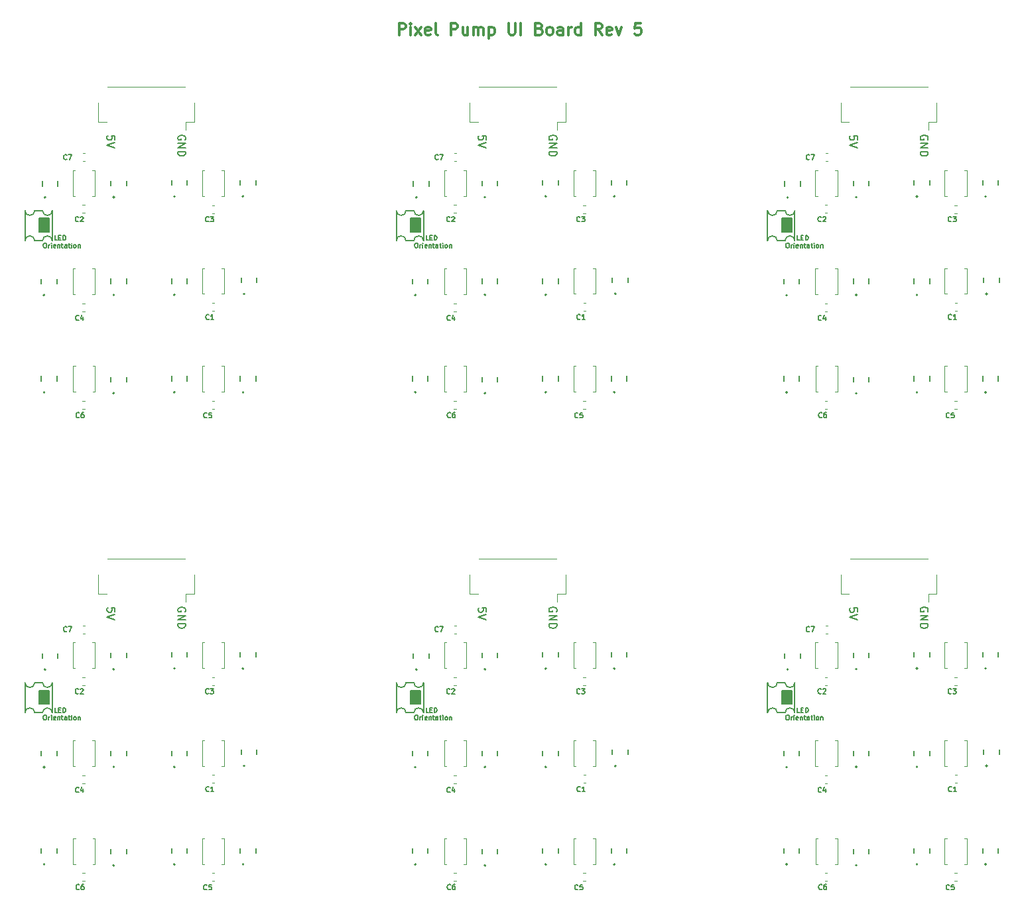
<source format=gto>
G04 #@! TF.GenerationSoftware,KiCad,Pcbnew,6.0.0-d3dd2cf0fa~116~ubuntu20.04.1*
G04 #@! TF.CreationDate,2023-02-13T12:44:03+00:00*
G04 #@! TF.ProjectId,pixel-pump-ui-board-panel,70697865-6c2d-4707-956d-702d75692d62,rev?*
G04 #@! TF.SameCoordinates,Original*
G04 #@! TF.FileFunction,Legend,Top*
G04 #@! TF.FilePolarity,Positive*
%FSLAX46Y46*%
G04 Gerber Fmt 4.6, Leading zero omitted, Abs format (unit mm)*
G04 Created by KiCad (PCBNEW 6.0.0-d3dd2cf0fa~116~ubuntu20.04.1) date 2023-02-13 12:44:03*
%MOMM*%
%LPD*%
G01*
G04 APERTURE LIST*
%ADD10C,0.150000*%
%ADD11C,0.300000*%
%ADD12C,0.130000*%
%ADD13C,0.120000*%
%ADD14C,0.127000*%
%ADD15C,0.200000*%
G04 APERTURE END LIST*
D10*
X14673900Y-30985055D02*
G75*
G03*
X13429300Y-30985055I-622300J0D01*
G01*
X62073900Y-30985055D02*
G75*
G03*
X60829300Y-30985055I-622300J0D01*
G01*
X109473900Y-30985055D02*
G75*
G03*
X108229300Y-30985055I-622300J0D01*
G01*
X14673900Y-91285051D02*
G75*
G03*
X13429300Y-91285051I-622300J0D01*
G01*
X62073900Y-91285051D02*
G75*
G03*
X60829300Y-91285051I-622300J0D01*
G01*
X109473900Y-91285051D02*
G75*
G03*
X108229300Y-91285051I-622300J0D01*
G01*
X15664500Y-27124255D02*
G75*
G03*
X16909100Y-27124255I622300J0D01*
G01*
X63064500Y-27124255D02*
G75*
G03*
X64309100Y-27124255I622300J0D01*
G01*
X110464500Y-27124255D02*
G75*
G03*
X111709100Y-27124255I622300J0D01*
G01*
X63064500Y-87424251D02*
G75*
G03*
X64309100Y-87424251I622300J0D01*
G01*
X15664500Y-87424251D02*
G75*
G03*
X16909100Y-87424251I622300J0D01*
G01*
X110464500Y-87424251D02*
G75*
G03*
X111709100Y-87424251I622300J0D01*
G01*
X16909100Y-30985055D02*
G75*
G03*
X15664500Y-30985055I-622300J0D01*
G01*
X64309100Y-30985055D02*
G75*
G03*
X63064500Y-30985055I-622300J0D01*
G01*
X111709100Y-30985055D02*
G75*
G03*
X110464500Y-30985055I-622300J0D01*
G01*
X16909100Y-91285051D02*
G75*
G03*
X15664500Y-91285051I-622300J0D01*
G01*
X64309100Y-91285051D02*
G75*
G03*
X63064500Y-91285051I-622300J0D01*
G01*
X111709100Y-91285051D02*
G75*
G03*
X110464500Y-91285051I-622300J0D01*
G01*
X13429300Y-27124255D02*
G75*
G03*
X14673900Y-27124255I622300J0D01*
G01*
X60829300Y-27124255D02*
G75*
G03*
X62073900Y-27124255I622300J0D01*
G01*
X108229300Y-27124255D02*
G75*
G03*
X109473900Y-27124255I622300J0D01*
G01*
X13429300Y-87424251D02*
G75*
G03*
X14673900Y-87424251I622300J0D01*
G01*
X60829300Y-87424251D02*
G75*
G03*
X62073900Y-87424251I622300J0D01*
G01*
X108229300Y-87424251D02*
G75*
G03*
X109473900Y-87424251I622300J0D01*
G01*
X13429300Y-30985055D02*
X13429300Y-27124255D01*
X60829300Y-30985055D02*
X60829300Y-27124255D01*
X108229300Y-30985055D02*
X108229300Y-27124255D01*
X13429300Y-91285051D02*
X13429300Y-87424251D01*
X60829300Y-91285051D02*
X60829300Y-87424251D01*
X108229300Y-91285051D02*
X108229300Y-87424251D01*
X15664500Y-30985055D02*
X14673900Y-30985055D01*
X63064500Y-30985055D02*
X62073900Y-30985055D01*
X110464500Y-30985055D02*
X109473900Y-30985055D01*
X15664500Y-91285051D02*
X14673900Y-91285051D01*
X63064500Y-91285051D02*
X62073900Y-91285051D01*
X110464500Y-91285051D02*
X109473900Y-91285051D01*
X16909100Y-27124255D02*
X16909100Y-30985055D01*
X64309100Y-27124255D02*
X64309100Y-30985055D01*
X111709100Y-27124255D02*
X111709100Y-30985055D01*
X16909100Y-87424251D02*
X16909100Y-91285051D01*
X64309100Y-87424251D02*
X64309100Y-91285051D01*
X111709100Y-87424251D02*
X111709100Y-91285051D01*
X15270800Y-28127555D02*
X16515400Y-28127555D01*
X16515400Y-28127555D02*
X16515400Y-29829355D01*
X16515400Y-29829355D02*
X15270800Y-29829355D01*
X15270800Y-29829355D02*
X15270800Y-28127555D01*
G36*
X15270800Y-28127555D02*
G01*
X16515400Y-28127555D01*
X16515400Y-29829355D01*
X15270800Y-29829355D01*
X15270800Y-28127555D01*
G37*
X62670800Y-28127555D02*
X63915400Y-28127555D01*
X63915400Y-28127555D02*
X63915400Y-29829355D01*
X63915400Y-29829355D02*
X62670800Y-29829355D01*
X62670800Y-29829355D02*
X62670800Y-28127555D01*
G36*
X62670800Y-28127555D02*
G01*
X63915400Y-28127555D01*
X63915400Y-29829355D01*
X62670800Y-29829355D01*
X62670800Y-28127555D01*
G37*
X15270800Y-88427551D02*
X16515400Y-88427551D01*
X16515400Y-88427551D02*
X16515400Y-90129351D01*
X16515400Y-90129351D02*
X15270800Y-90129351D01*
X15270800Y-90129351D02*
X15270800Y-88427551D01*
G36*
X15270800Y-88427551D02*
G01*
X16515400Y-88427551D01*
X16515400Y-90129351D01*
X15270800Y-90129351D01*
X15270800Y-88427551D01*
G37*
X110070800Y-28127555D02*
X111315400Y-28127555D01*
X111315400Y-28127555D02*
X111315400Y-29829355D01*
X111315400Y-29829355D02*
X110070800Y-29829355D01*
X110070800Y-29829355D02*
X110070800Y-28127555D01*
G36*
X110070800Y-28127555D02*
G01*
X111315400Y-28127555D01*
X111315400Y-29829355D01*
X110070800Y-29829355D01*
X110070800Y-28127555D01*
G37*
X62670800Y-88427551D02*
X63915400Y-88427551D01*
X63915400Y-88427551D02*
X63915400Y-90129351D01*
X63915400Y-90129351D02*
X62670800Y-90129351D01*
X62670800Y-90129351D02*
X62670800Y-88427551D01*
G36*
X62670800Y-88427551D02*
G01*
X63915400Y-88427551D01*
X63915400Y-90129351D01*
X62670800Y-90129351D01*
X62670800Y-88427551D01*
G37*
X110070800Y-88427551D02*
X111315400Y-88427551D01*
X111315400Y-88427551D02*
X111315400Y-90129351D01*
X111315400Y-90129351D02*
X110070800Y-90129351D01*
X110070800Y-90129351D02*
X110070800Y-88427551D01*
G36*
X110070800Y-88427551D02*
G01*
X111315400Y-88427551D01*
X111315400Y-90129351D01*
X110070800Y-90129351D01*
X110070800Y-88427551D01*
G37*
X14648500Y-27124255D02*
X15664500Y-27124255D01*
X62048500Y-27124255D02*
X63064500Y-27124255D01*
X109448500Y-27124255D02*
X110464500Y-27124255D01*
X14648500Y-87424251D02*
X15664500Y-87424251D01*
X62048500Y-87424251D02*
X63064500Y-87424251D01*
X109448500Y-87424251D02*
X110464500Y-87424251D01*
X33881000Y-18069250D02*
X33928619Y-17974012D01*
X33928619Y-17831155D01*
X33881000Y-17688297D01*
X33785761Y-17593059D01*
X33690523Y-17545440D01*
X33500047Y-17497821D01*
X33357190Y-17497821D01*
X33166714Y-17545440D01*
X33071476Y-17593059D01*
X32976238Y-17688297D01*
X32928619Y-17831155D01*
X32928619Y-17926393D01*
X32976238Y-18069250D01*
X33023857Y-18116869D01*
X33357190Y-18116869D01*
X33357190Y-17926393D01*
X32928619Y-18545440D02*
X33928619Y-18545440D01*
X32928619Y-19116869D01*
X33928619Y-19116869D01*
X32928619Y-19593059D02*
X33928619Y-19593059D01*
X33928619Y-19831155D01*
X33881000Y-19974012D01*
X33785761Y-20069250D01*
X33690523Y-20116869D01*
X33500047Y-20164488D01*
X33357190Y-20164488D01*
X33166714Y-20116869D01*
X33071476Y-20069250D01*
X32976238Y-19974012D01*
X32928619Y-19831155D01*
X32928619Y-19593059D01*
X81281000Y-18069250D02*
X81328619Y-17974012D01*
X81328619Y-17831155D01*
X81281000Y-17688297D01*
X81185761Y-17593059D01*
X81090523Y-17545440D01*
X80900047Y-17497821D01*
X80757190Y-17497821D01*
X80566714Y-17545440D01*
X80471476Y-17593059D01*
X80376238Y-17688297D01*
X80328619Y-17831155D01*
X80328619Y-17926393D01*
X80376238Y-18069250D01*
X80423857Y-18116869D01*
X80757190Y-18116869D01*
X80757190Y-17926393D01*
X80328619Y-18545440D02*
X81328619Y-18545440D01*
X80328619Y-19116869D01*
X81328619Y-19116869D01*
X80328619Y-19593059D02*
X81328619Y-19593059D01*
X81328619Y-19831155D01*
X81281000Y-19974012D01*
X81185761Y-20069250D01*
X81090523Y-20116869D01*
X80900047Y-20164488D01*
X80757190Y-20164488D01*
X80566714Y-20116869D01*
X80471476Y-20069250D01*
X80376238Y-19974012D01*
X80328619Y-19831155D01*
X80328619Y-19593059D01*
X128681000Y-18069250D02*
X128728619Y-17974012D01*
X128728619Y-17831155D01*
X128681000Y-17688297D01*
X128585761Y-17593059D01*
X128490523Y-17545440D01*
X128300047Y-17497821D01*
X128157190Y-17497821D01*
X127966714Y-17545440D01*
X127871476Y-17593059D01*
X127776238Y-17688297D01*
X127728619Y-17831155D01*
X127728619Y-17926393D01*
X127776238Y-18069250D01*
X127823857Y-18116869D01*
X128157190Y-18116869D01*
X128157190Y-17926393D01*
X127728619Y-18545440D02*
X128728619Y-18545440D01*
X127728619Y-19116869D01*
X128728619Y-19116869D01*
X127728619Y-19593059D02*
X128728619Y-19593059D01*
X128728619Y-19831155D01*
X128681000Y-19974012D01*
X128585761Y-20069250D01*
X128490523Y-20116869D01*
X128300047Y-20164488D01*
X128157190Y-20164488D01*
X127966714Y-20116869D01*
X127871476Y-20069250D01*
X127776238Y-19974012D01*
X127728619Y-19831155D01*
X127728619Y-19593059D01*
X33881000Y-78369246D02*
X33928619Y-78274008D01*
X33928619Y-78131151D01*
X33881000Y-77988293D01*
X33785761Y-77893055D01*
X33690523Y-77845436D01*
X33500047Y-77797817D01*
X33357190Y-77797817D01*
X33166714Y-77845436D01*
X33071476Y-77893055D01*
X32976238Y-77988293D01*
X32928619Y-78131151D01*
X32928619Y-78226389D01*
X32976238Y-78369246D01*
X33023857Y-78416865D01*
X33357190Y-78416865D01*
X33357190Y-78226389D01*
X32928619Y-78845436D02*
X33928619Y-78845436D01*
X32928619Y-79416865D01*
X33928619Y-79416865D01*
X32928619Y-79893055D02*
X33928619Y-79893055D01*
X33928619Y-80131151D01*
X33881000Y-80274008D01*
X33785761Y-80369246D01*
X33690523Y-80416865D01*
X33500047Y-80464484D01*
X33357190Y-80464484D01*
X33166714Y-80416865D01*
X33071476Y-80369246D01*
X32976238Y-80274008D01*
X32928619Y-80131151D01*
X32928619Y-79893055D01*
X81281000Y-78369246D02*
X81328619Y-78274008D01*
X81328619Y-78131151D01*
X81281000Y-77988293D01*
X81185761Y-77893055D01*
X81090523Y-77845436D01*
X80900047Y-77797817D01*
X80757190Y-77797817D01*
X80566714Y-77845436D01*
X80471476Y-77893055D01*
X80376238Y-77988293D01*
X80328619Y-78131151D01*
X80328619Y-78226389D01*
X80376238Y-78369246D01*
X80423857Y-78416865D01*
X80757190Y-78416865D01*
X80757190Y-78226389D01*
X80328619Y-78845436D02*
X81328619Y-78845436D01*
X80328619Y-79416865D01*
X81328619Y-79416865D01*
X80328619Y-79893055D02*
X81328619Y-79893055D01*
X81328619Y-80131151D01*
X81281000Y-80274008D01*
X81185761Y-80369246D01*
X81090523Y-80416865D01*
X80900047Y-80464484D01*
X80757190Y-80464484D01*
X80566714Y-80416865D01*
X80471476Y-80369246D01*
X80376238Y-80274008D01*
X80328619Y-80131151D01*
X80328619Y-79893055D01*
X128681000Y-78369246D02*
X128728619Y-78274008D01*
X128728619Y-78131151D01*
X128681000Y-77988293D01*
X128585761Y-77893055D01*
X128490523Y-77845436D01*
X128300047Y-77797817D01*
X128157190Y-77797817D01*
X127966714Y-77845436D01*
X127871476Y-77893055D01*
X127776238Y-77988293D01*
X127728619Y-78131151D01*
X127728619Y-78226389D01*
X127776238Y-78369246D01*
X127823857Y-78416865D01*
X128157190Y-78416865D01*
X128157190Y-78226389D01*
X127728619Y-78845436D02*
X128728619Y-78845436D01*
X127728619Y-79416865D01*
X128728619Y-79416865D01*
X127728619Y-79893055D02*
X128728619Y-79893055D01*
X128728619Y-80131151D01*
X128681000Y-80274008D01*
X128585761Y-80369246D01*
X128490523Y-80416865D01*
X128300047Y-80464484D01*
X128157190Y-80464484D01*
X127966714Y-80416865D01*
X127871476Y-80369246D01*
X127776238Y-80274008D01*
X127728619Y-80131151D01*
X127728619Y-79893055D01*
D11*
X61171428Y-4678571D02*
X61171428Y-3178571D01*
X61742857Y-3178571D01*
X61885714Y-3250000D01*
X61957142Y-3321428D01*
X62028571Y-3464285D01*
X62028571Y-3678571D01*
X61957142Y-3821428D01*
X61885714Y-3892857D01*
X61742857Y-3964285D01*
X61171428Y-3964285D01*
X62671428Y-4678571D02*
X62671428Y-3678571D01*
X62671428Y-3178571D02*
X62600000Y-3250000D01*
X62671428Y-3321428D01*
X62742857Y-3250000D01*
X62671428Y-3178571D01*
X62671428Y-3321428D01*
X63242857Y-4678571D02*
X64028571Y-3678571D01*
X63242857Y-3678571D02*
X64028571Y-4678571D01*
X65171428Y-4607142D02*
X65028571Y-4678571D01*
X64742857Y-4678571D01*
X64600000Y-4607142D01*
X64528571Y-4464285D01*
X64528571Y-3892857D01*
X64600000Y-3750000D01*
X64742857Y-3678571D01*
X65028571Y-3678571D01*
X65171428Y-3750000D01*
X65242857Y-3892857D01*
X65242857Y-4035714D01*
X64528571Y-4178571D01*
X66100000Y-4678571D02*
X65957142Y-4607142D01*
X65885714Y-4464285D01*
X65885714Y-3178571D01*
X67814285Y-4678571D02*
X67814285Y-3178571D01*
X68385714Y-3178571D01*
X68528571Y-3250000D01*
X68600000Y-3321428D01*
X68671428Y-3464285D01*
X68671428Y-3678571D01*
X68600000Y-3821428D01*
X68528571Y-3892857D01*
X68385714Y-3964285D01*
X67814285Y-3964285D01*
X69957142Y-3678571D02*
X69957142Y-4678571D01*
X69314285Y-3678571D02*
X69314285Y-4464285D01*
X69385714Y-4607142D01*
X69528571Y-4678571D01*
X69742857Y-4678571D01*
X69885714Y-4607142D01*
X69957142Y-4535714D01*
X70671428Y-4678571D02*
X70671428Y-3678571D01*
X70671428Y-3821428D02*
X70742857Y-3750000D01*
X70885714Y-3678571D01*
X71100000Y-3678571D01*
X71242857Y-3750000D01*
X71314285Y-3892857D01*
X71314285Y-4678571D01*
X71314285Y-3892857D02*
X71385714Y-3750000D01*
X71528571Y-3678571D01*
X71742857Y-3678571D01*
X71885714Y-3750000D01*
X71957142Y-3892857D01*
X71957142Y-4678571D01*
X72671428Y-3678571D02*
X72671428Y-5178571D01*
X72671428Y-3750000D02*
X72814285Y-3678571D01*
X73100000Y-3678571D01*
X73242857Y-3750000D01*
X73314285Y-3821428D01*
X73385714Y-3964285D01*
X73385714Y-4392857D01*
X73314285Y-4535714D01*
X73242857Y-4607142D01*
X73100000Y-4678571D01*
X72814285Y-4678571D01*
X72671428Y-4607142D01*
X75171428Y-3178571D02*
X75171428Y-4392857D01*
X75242857Y-4535714D01*
X75314285Y-4607142D01*
X75457142Y-4678571D01*
X75742857Y-4678571D01*
X75885714Y-4607142D01*
X75957142Y-4535714D01*
X76028571Y-4392857D01*
X76028571Y-3178571D01*
X76742857Y-4678571D02*
X76742857Y-3178571D01*
X79100000Y-3892857D02*
X79314285Y-3964285D01*
X79385714Y-4035714D01*
X79457142Y-4178571D01*
X79457142Y-4392857D01*
X79385714Y-4535714D01*
X79314285Y-4607142D01*
X79171428Y-4678571D01*
X78600000Y-4678571D01*
X78600000Y-3178571D01*
X79100000Y-3178571D01*
X79242857Y-3250000D01*
X79314285Y-3321428D01*
X79385714Y-3464285D01*
X79385714Y-3607142D01*
X79314285Y-3750000D01*
X79242857Y-3821428D01*
X79100000Y-3892857D01*
X78600000Y-3892857D01*
X80314285Y-4678571D02*
X80171428Y-4607142D01*
X80100000Y-4535714D01*
X80028571Y-4392857D01*
X80028571Y-3964285D01*
X80100000Y-3821428D01*
X80171428Y-3750000D01*
X80314285Y-3678571D01*
X80528571Y-3678571D01*
X80671428Y-3750000D01*
X80742857Y-3821428D01*
X80814285Y-3964285D01*
X80814285Y-4392857D01*
X80742857Y-4535714D01*
X80671428Y-4607142D01*
X80528571Y-4678571D01*
X80314285Y-4678571D01*
X82100000Y-4678571D02*
X82100000Y-3892857D01*
X82028571Y-3750000D01*
X81885714Y-3678571D01*
X81600000Y-3678571D01*
X81457142Y-3750000D01*
X82100000Y-4607142D02*
X81957142Y-4678571D01*
X81600000Y-4678571D01*
X81457142Y-4607142D01*
X81385714Y-4464285D01*
X81385714Y-4321428D01*
X81457142Y-4178571D01*
X81600000Y-4107142D01*
X81957142Y-4107142D01*
X82100000Y-4035714D01*
X82814285Y-4678571D02*
X82814285Y-3678571D01*
X82814285Y-3964285D02*
X82885714Y-3821428D01*
X82957142Y-3750000D01*
X83100000Y-3678571D01*
X83242857Y-3678571D01*
X84385714Y-4678571D02*
X84385714Y-3178571D01*
X84385714Y-4607142D02*
X84242857Y-4678571D01*
X83957142Y-4678571D01*
X83814285Y-4607142D01*
X83742857Y-4535714D01*
X83671428Y-4392857D01*
X83671428Y-3964285D01*
X83742857Y-3821428D01*
X83814285Y-3750000D01*
X83957142Y-3678571D01*
X84242857Y-3678571D01*
X84385714Y-3750000D01*
X87100000Y-4678571D02*
X86600000Y-3964285D01*
X86242857Y-4678571D02*
X86242857Y-3178571D01*
X86814285Y-3178571D01*
X86957142Y-3250000D01*
X87028571Y-3321428D01*
X87100000Y-3464285D01*
X87100000Y-3678571D01*
X87028571Y-3821428D01*
X86957142Y-3892857D01*
X86814285Y-3964285D01*
X86242857Y-3964285D01*
X88314285Y-4607142D02*
X88171428Y-4678571D01*
X87885714Y-4678571D01*
X87742857Y-4607142D01*
X87671428Y-4464285D01*
X87671428Y-3892857D01*
X87742857Y-3750000D01*
X87885714Y-3678571D01*
X88171428Y-3678571D01*
X88314285Y-3750000D01*
X88385714Y-3892857D01*
X88385714Y-4035714D01*
X87671428Y-4178571D01*
X88885714Y-3678571D02*
X89242857Y-4678571D01*
X89600000Y-3678571D01*
X92028571Y-3178571D02*
X91314285Y-3178571D01*
X91242857Y-3892857D01*
X91314285Y-3821428D01*
X91457142Y-3750000D01*
X91814285Y-3750000D01*
X91957142Y-3821428D01*
X92028571Y-3892857D01*
X92100000Y-4035714D01*
X92100000Y-4392857D01*
X92028571Y-4535714D01*
X91957142Y-4607142D01*
X91814285Y-4678571D01*
X91457142Y-4678571D01*
X91314285Y-4607142D01*
X91242857Y-4535714D01*
D10*
X17526714Y-30913183D02*
X17241000Y-30913183D01*
X17241000Y-30313183D01*
X17726714Y-30598897D02*
X17926714Y-30598897D01*
X18012428Y-30913183D02*
X17726714Y-30913183D01*
X17726714Y-30313183D01*
X18012428Y-30313183D01*
X18269571Y-30913183D02*
X18269571Y-30313183D01*
X18412428Y-30313183D01*
X18498142Y-30341755D01*
X18555285Y-30398897D01*
X18583857Y-30456040D01*
X18612428Y-30570326D01*
X18612428Y-30656040D01*
X18583857Y-30770326D01*
X18555285Y-30827469D01*
X18498142Y-30884612D01*
X18412428Y-30913183D01*
X18269571Y-30913183D01*
X15926714Y-31279183D02*
X16041000Y-31279183D01*
X16098142Y-31307755D01*
X16155285Y-31364897D01*
X16183857Y-31479183D01*
X16183857Y-31679183D01*
X16155285Y-31793469D01*
X16098142Y-31850612D01*
X16041000Y-31879183D01*
X15926714Y-31879183D01*
X15869571Y-31850612D01*
X15812428Y-31793469D01*
X15783857Y-31679183D01*
X15783857Y-31479183D01*
X15812428Y-31364897D01*
X15869571Y-31307755D01*
X15926714Y-31279183D01*
X16441000Y-31879183D02*
X16441000Y-31479183D01*
X16441000Y-31593469D02*
X16469571Y-31536326D01*
X16498142Y-31507755D01*
X16555285Y-31479183D01*
X16612428Y-31479183D01*
X16812428Y-31879183D02*
X16812428Y-31479183D01*
X16812428Y-31279183D02*
X16783857Y-31307755D01*
X16812428Y-31336326D01*
X16841000Y-31307755D01*
X16812428Y-31279183D01*
X16812428Y-31336326D01*
X17326714Y-31850612D02*
X17269571Y-31879183D01*
X17155285Y-31879183D01*
X17098142Y-31850612D01*
X17069571Y-31793469D01*
X17069571Y-31564897D01*
X17098142Y-31507755D01*
X17155285Y-31479183D01*
X17269571Y-31479183D01*
X17326714Y-31507755D01*
X17355285Y-31564897D01*
X17355285Y-31622040D01*
X17069571Y-31679183D01*
X17612428Y-31479183D02*
X17612428Y-31879183D01*
X17612428Y-31536326D02*
X17641000Y-31507755D01*
X17698142Y-31479183D01*
X17783857Y-31479183D01*
X17841000Y-31507755D01*
X17869571Y-31564897D01*
X17869571Y-31879183D01*
X18069571Y-31479183D02*
X18298142Y-31479183D01*
X18155285Y-31279183D02*
X18155285Y-31793469D01*
X18183857Y-31850612D01*
X18241000Y-31879183D01*
X18298142Y-31879183D01*
X18755285Y-31879183D02*
X18755285Y-31564897D01*
X18726714Y-31507755D01*
X18669571Y-31479183D01*
X18555285Y-31479183D01*
X18498142Y-31507755D01*
X18755285Y-31850612D02*
X18698142Y-31879183D01*
X18555285Y-31879183D01*
X18498142Y-31850612D01*
X18469571Y-31793469D01*
X18469571Y-31736326D01*
X18498142Y-31679183D01*
X18555285Y-31650612D01*
X18698142Y-31650612D01*
X18755285Y-31622040D01*
X18955285Y-31479183D02*
X19183857Y-31479183D01*
X19041000Y-31279183D02*
X19041000Y-31793469D01*
X19069571Y-31850612D01*
X19126714Y-31879183D01*
X19183857Y-31879183D01*
X19383857Y-31879183D02*
X19383857Y-31479183D01*
X19383857Y-31279183D02*
X19355285Y-31307755D01*
X19383857Y-31336326D01*
X19412428Y-31307755D01*
X19383857Y-31279183D01*
X19383857Y-31336326D01*
X19755285Y-31879183D02*
X19698142Y-31850612D01*
X19669571Y-31822040D01*
X19641000Y-31764897D01*
X19641000Y-31593469D01*
X19669571Y-31536326D01*
X19698142Y-31507755D01*
X19755285Y-31479183D01*
X19841000Y-31479183D01*
X19898142Y-31507755D01*
X19926714Y-31536326D01*
X19955285Y-31593469D01*
X19955285Y-31764897D01*
X19926714Y-31822040D01*
X19898142Y-31850612D01*
X19841000Y-31879183D01*
X19755285Y-31879183D01*
X20212428Y-31479183D02*
X20212428Y-31879183D01*
X20212428Y-31536326D02*
X20241000Y-31507755D01*
X20298142Y-31479183D01*
X20383857Y-31479183D01*
X20441000Y-31507755D01*
X20469571Y-31564897D01*
X20469571Y-31879183D01*
X64926714Y-30913183D02*
X64641000Y-30913183D01*
X64641000Y-30313183D01*
X65126714Y-30598897D02*
X65326714Y-30598897D01*
X65412428Y-30913183D02*
X65126714Y-30913183D01*
X65126714Y-30313183D01*
X65412428Y-30313183D01*
X65669571Y-30913183D02*
X65669571Y-30313183D01*
X65812428Y-30313183D01*
X65898142Y-30341755D01*
X65955285Y-30398897D01*
X65983857Y-30456040D01*
X66012428Y-30570326D01*
X66012428Y-30656040D01*
X65983857Y-30770326D01*
X65955285Y-30827469D01*
X65898142Y-30884612D01*
X65812428Y-30913183D01*
X65669571Y-30913183D01*
X63326714Y-31279183D02*
X63441000Y-31279183D01*
X63498142Y-31307755D01*
X63555285Y-31364897D01*
X63583857Y-31479183D01*
X63583857Y-31679183D01*
X63555285Y-31793469D01*
X63498142Y-31850612D01*
X63441000Y-31879183D01*
X63326714Y-31879183D01*
X63269571Y-31850612D01*
X63212428Y-31793469D01*
X63183857Y-31679183D01*
X63183857Y-31479183D01*
X63212428Y-31364897D01*
X63269571Y-31307755D01*
X63326714Y-31279183D01*
X63841000Y-31879183D02*
X63841000Y-31479183D01*
X63841000Y-31593469D02*
X63869571Y-31536326D01*
X63898142Y-31507755D01*
X63955285Y-31479183D01*
X64012428Y-31479183D01*
X64212428Y-31879183D02*
X64212428Y-31479183D01*
X64212428Y-31279183D02*
X64183857Y-31307755D01*
X64212428Y-31336326D01*
X64241000Y-31307755D01*
X64212428Y-31279183D01*
X64212428Y-31336326D01*
X64726714Y-31850612D02*
X64669571Y-31879183D01*
X64555285Y-31879183D01*
X64498142Y-31850612D01*
X64469571Y-31793469D01*
X64469571Y-31564897D01*
X64498142Y-31507755D01*
X64555285Y-31479183D01*
X64669571Y-31479183D01*
X64726714Y-31507755D01*
X64755285Y-31564897D01*
X64755285Y-31622040D01*
X64469571Y-31679183D01*
X65012428Y-31479183D02*
X65012428Y-31879183D01*
X65012428Y-31536326D02*
X65041000Y-31507755D01*
X65098142Y-31479183D01*
X65183857Y-31479183D01*
X65241000Y-31507755D01*
X65269571Y-31564897D01*
X65269571Y-31879183D01*
X65469571Y-31479183D02*
X65698142Y-31479183D01*
X65555285Y-31279183D02*
X65555285Y-31793469D01*
X65583857Y-31850612D01*
X65641000Y-31879183D01*
X65698142Y-31879183D01*
X66155285Y-31879183D02*
X66155285Y-31564897D01*
X66126714Y-31507755D01*
X66069571Y-31479183D01*
X65955285Y-31479183D01*
X65898142Y-31507755D01*
X66155285Y-31850612D02*
X66098142Y-31879183D01*
X65955285Y-31879183D01*
X65898142Y-31850612D01*
X65869571Y-31793469D01*
X65869571Y-31736326D01*
X65898142Y-31679183D01*
X65955285Y-31650612D01*
X66098142Y-31650612D01*
X66155285Y-31622040D01*
X66355285Y-31479183D02*
X66583857Y-31479183D01*
X66441000Y-31279183D02*
X66441000Y-31793469D01*
X66469571Y-31850612D01*
X66526714Y-31879183D01*
X66583857Y-31879183D01*
X66783857Y-31879183D02*
X66783857Y-31479183D01*
X66783857Y-31279183D02*
X66755285Y-31307755D01*
X66783857Y-31336326D01*
X66812428Y-31307755D01*
X66783857Y-31279183D01*
X66783857Y-31336326D01*
X67155285Y-31879183D02*
X67098142Y-31850612D01*
X67069571Y-31822040D01*
X67041000Y-31764897D01*
X67041000Y-31593469D01*
X67069571Y-31536326D01*
X67098142Y-31507755D01*
X67155285Y-31479183D01*
X67241000Y-31479183D01*
X67298142Y-31507755D01*
X67326714Y-31536326D01*
X67355285Y-31593469D01*
X67355285Y-31764897D01*
X67326714Y-31822040D01*
X67298142Y-31850612D01*
X67241000Y-31879183D01*
X67155285Y-31879183D01*
X67612428Y-31479183D02*
X67612428Y-31879183D01*
X67612428Y-31536326D02*
X67641000Y-31507755D01*
X67698142Y-31479183D01*
X67783857Y-31479183D01*
X67841000Y-31507755D01*
X67869571Y-31564897D01*
X67869571Y-31879183D01*
X17526714Y-91213179D02*
X17241000Y-91213179D01*
X17241000Y-90613179D01*
X17726714Y-90898893D02*
X17926714Y-90898893D01*
X18012428Y-91213179D02*
X17726714Y-91213179D01*
X17726714Y-90613179D01*
X18012428Y-90613179D01*
X18269571Y-91213179D02*
X18269571Y-90613179D01*
X18412428Y-90613179D01*
X18498142Y-90641751D01*
X18555285Y-90698893D01*
X18583857Y-90756036D01*
X18612428Y-90870322D01*
X18612428Y-90956036D01*
X18583857Y-91070322D01*
X18555285Y-91127465D01*
X18498142Y-91184608D01*
X18412428Y-91213179D01*
X18269571Y-91213179D01*
X15926714Y-91579179D02*
X16041000Y-91579179D01*
X16098142Y-91607751D01*
X16155285Y-91664893D01*
X16183857Y-91779179D01*
X16183857Y-91979179D01*
X16155285Y-92093465D01*
X16098142Y-92150608D01*
X16041000Y-92179179D01*
X15926714Y-92179179D01*
X15869571Y-92150608D01*
X15812428Y-92093465D01*
X15783857Y-91979179D01*
X15783857Y-91779179D01*
X15812428Y-91664893D01*
X15869571Y-91607751D01*
X15926714Y-91579179D01*
X16441000Y-92179179D02*
X16441000Y-91779179D01*
X16441000Y-91893465D02*
X16469571Y-91836322D01*
X16498142Y-91807751D01*
X16555285Y-91779179D01*
X16612428Y-91779179D01*
X16812428Y-92179179D02*
X16812428Y-91779179D01*
X16812428Y-91579179D02*
X16783857Y-91607751D01*
X16812428Y-91636322D01*
X16841000Y-91607751D01*
X16812428Y-91579179D01*
X16812428Y-91636322D01*
X17326714Y-92150608D02*
X17269571Y-92179179D01*
X17155285Y-92179179D01*
X17098142Y-92150608D01*
X17069571Y-92093465D01*
X17069571Y-91864893D01*
X17098142Y-91807751D01*
X17155285Y-91779179D01*
X17269571Y-91779179D01*
X17326714Y-91807751D01*
X17355285Y-91864893D01*
X17355285Y-91922036D01*
X17069571Y-91979179D01*
X17612428Y-91779179D02*
X17612428Y-92179179D01*
X17612428Y-91836322D02*
X17641000Y-91807751D01*
X17698142Y-91779179D01*
X17783857Y-91779179D01*
X17841000Y-91807751D01*
X17869571Y-91864893D01*
X17869571Y-92179179D01*
X18069571Y-91779179D02*
X18298142Y-91779179D01*
X18155285Y-91579179D02*
X18155285Y-92093465D01*
X18183857Y-92150608D01*
X18241000Y-92179179D01*
X18298142Y-92179179D01*
X18755285Y-92179179D02*
X18755285Y-91864893D01*
X18726714Y-91807751D01*
X18669571Y-91779179D01*
X18555285Y-91779179D01*
X18498142Y-91807751D01*
X18755285Y-92150608D02*
X18698142Y-92179179D01*
X18555285Y-92179179D01*
X18498142Y-92150608D01*
X18469571Y-92093465D01*
X18469571Y-92036322D01*
X18498142Y-91979179D01*
X18555285Y-91950608D01*
X18698142Y-91950608D01*
X18755285Y-91922036D01*
X18955285Y-91779179D02*
X19183857Y-91779179D01*
X19041000Y-91579179D02*
X19041000Y-92093465D01*
X19069571Y-92150608D01*
X19126714Y-92179179D01*
X19183857Y-92179179D01*
X19383857Y-92179179D02*
X19383857Y-91779179D01*
X19383857Y-91579179D02*
X19355285Y-91607751D01*
X19383857Y-91636322D01*
X19412428Y-91607751D01*
X19383857Y-91579179D01*
X19383857Y-91636322D01*
X19755285Y-92179179D02*
X19698142Y-92150608D01*
X19669571Y-92122036D01*
X19641000Y-92064893D01*
X19641000Y-91893465D01*
X19669571Y-91836322D01*
X19698142Y-91807751D01*
X19755285Y-91779179D01*
X19841000Y-91779179D01*
X19898142Y-91807751D01*
X19926714Y-91836322D01*
X19955285Y-91893465D01*
X19955285Y-92064893D01*
X19926714Y-92122036D01*
X19898142Y-92150608D01*
X19841000Y-92179179D01*
X19755285Y-92179179D01*
X20212428Y-91779179D02*
X20212428Y-92179179D01*
X20212428Y-91836322D02*
X20241000Y-91807751D01*
X20298142Y-91779179D01*
X20383857Y-91779179D01*
X20441000Y-91807751D01*
X20469571Y-91864893D01*
X20469571Y-92179179D01*
X112326714Y-30913183D02*
X112041000Y-30913183D01*
X112041000Y-30313183D01*
X112526714Y-30598897D02*
X112726714Y-30598897D01*
X112812428Y-30913183D02*
X112526714Y-30913183D01*
X112526714Y-30313183D01*
X112812428Y-30313183D01*
X113069571Y-30913183D02*
X113069571Y-30313183D01*
X113212428Y-30313183D01*
X113298142Y-30341755D01*
X113355285Y-30398897D01*
X113383857Y-30456040D01*
X113412428Y-30570326D01*
X113412428Y-30656040D01*
X113383857Y-30770326D01*
X113355285Y-30827469D01*
X113298142Y-30884612D01*
X113212428Y-30913183D01*
X113069571Y-30913183D01*
X110726714Y-31279183D02*
X110841000Y-31279183D01*
X110898142Y-31307755D01*
X110955285Y-31364897D01*
X110983857Y-31479183D01*
X110983857Y-31679183D01*
X110955285Y-31793469D01*
X110898142Y-31850612D01*
X110841000Y-31879183D01*
X110726714Y-31879183D01*
X110669571Y-31850612D01*
X110612428Y-31793469D01*
X110583857Y-31679183D01*
X110583857Y-31479183D01*
X110612428Y-31364897D01*
X110669571Y-31307755D01*
X110726714Y-31279183D01*
X111241000Y-31879183D02*
X111241000Y-31479183D01*
X111241000Y-31593469D02*
X111269571Y-31536326D01*
X111298142Y-31507755D01*
X111355285Y-31479183D01*
X111412428Y-31479183D01*
X111612428Y-31879183D02*
X111612428Y-31479183D01*
X111612428Y-31279183D02*
X111583857Y-31307755D01*
X111612428Y-31336326D01*
X111641000Y-31307755D01*
X111612428Y-31279183D01*
X111612428Y-31336326D01*
X112126714Y-31850612D02*
X112069571Y-31879183D01*
X111955285Y-31879183D01*
X111898142Y-31850612D01*
X111869571Y-31793469D01*
X111869571Y-31564897D01*
X111898142Y-31507755D01*
X111955285Y-31479183D01*
X112069571Y-31479183D01*
X112126714Y-31507755D01*
X112155285Y-31564897D01*
X112155285Y-31622040D01*
X111869571Y-31679183D01*
X112412428Y-31479183D02*
X112412428Y-31879183D01*
X112412428Y-31536326D02*
X112441000Y-31507755D01*
X112498142Y-31479183D01*
X112583857Y-31479183D01*
X112641000Y-31507755D01*
X112669571Y-31564897D01*
X112669571Y-31879183D01*
X112869571Y-31479183D02*
X113098142Y-31479183D01*
X112955285Y-31279183D02*
X112955285Y-31793469D01*
X112983857Y-31850612D01*
X113041000Y-31879183D01*
X113098142Y-31879183D01*
X113555285Y-31879183D02*
X113555285Y-31564897D01*
X113526714Y-31507755D01*
X113469571Y-31479183D01*
X113355285Y-31479183D01*
X113298142Y-31507755D01*
X113555285Y-31850612D02*
X113498142Y-31879183D01*
X113355285Y-31879183D01*
X113298142Y-31850612D01*
X113269571Y-31793469D01*
X113269571Y-31736326D01*
X113298142Y-31679183D01*
X113355285Y-31650612D01*
X113498142Y-31650612D01*
X113555285Y-31622040D01*
X113755285Y-31479183D02*
X113983857Y-31479183D01*
X113841000Y-31279183D02*
X113841000Y-31793469D01*
X113869571Y-31850612D01*
X113926714Y-31879183D01*
X113983857Y-31879183D01*
X114183857Y-31879183D02*
X114183857Y-31479183D01*
X114183857Y-31279183D02*
X114155285Y-31307755D01*
X114183857Y-31336326D01*
X114212428Y-31307755D01*
X114183857Y-31279183D01*
X114183857Y-31336326D01*
X114555285Y-31879183D02*
X114498142Y-31850612D01*
X114469571Y-31822040D01*
X114441000Y-31764897D01*
X114441000Y-31593469D01*
X114469571Y-31536326D01*
X114498142Y-31507755D01*
X114555285Y-31479183D01*
X114641000Y-31479183D01*
X114698142Y-31507755D01*
X114726714Y-31536326D01*
X114755285Y-31593469D01*
X114755285Y-31764897D01*
X114726714Y-31822040D01*
X114698142Y-31850612D01*
X114641000Y-31879183D01*
X114555285Y-31879183D01*
X115012428Y-31479183D02*
X115012428Y-31879183D01*
X115012428Y-31536326D02*
X115041000Y-31507755D01*
X115098142Y-31479183D01*
X115183857Y-31479183D01*
X115241000Y-31507755D01*
X115269571Y-31564897D01*
X115269571Y-31879183D01*
X64926714Y-91213179D02*
X64641000Y-91213179D01*
X64641000Y-90613179D01*
X65126714Y-90898893D02*
X65326714Y-90898893D01*
X65412428Y-91213179D02*
X65126714Y-91213179D01*
X65126714Y-90613179D01*
X65412428Y-90613179D01*
X65669571Y-91213179D02*
X65669571Y-90613179D01*
X65812428Y-90613179D01*
X65898142Y-90641751D01*
X65955285Y-90698893D01*
X65983857Y-90756036D01*
X66012428Y-90870322D01*
X66012428Y-90956036D01*
X65983857Y-91070322D01*
X65955285Y-91127465D01*
X65898142Y-91184608D01*
X65812428Y-91213179D01*
X65669571Y-91213179D01*
X63326714Y-91579179D02*
X63441000Y-91579179D01*
X63498142Y-91607751D01*
X63555285Y-91664893D01*
X63583857Y-91779179D01*
X63583857Y-91979179D01*
X63555285Y-92093465D01*
X63498142Y-92150608D01*
X63441000Y-92179179D01*
X63326714Y-92179179D01*
X63269571Y-92150608D01*
X63212428Y-92093465D01*
X63183857Y-91979179D01*
X63183857Y-91779179D01*
X63212428Y-91664893D01*
X63269571Y-91607751D01*
X63326714Y-91579179D01*
X63841000Y-92179179D02*
X63841000Y-91779179D01*
X63841000Y-91893465D02*
X63869571Y-91836322D01*
X63898142Y-91807751D01*
X63955285Y-91779179D01*
X64012428Y-91779179D01*
X64212428Y-92179179D02*
X64212428Y-91779179D01*
X64212428Y-91579179D02*
X64183857Y-91607751D01*
X64212428Y-91636322D01*
X64241000Y-91607751D01*
X64212428Y-91579179D01*
X64212428Y-91636322D01*
X64726714Y-92150608D02*
X64669571Y-92179179D01*
X64555285Y-92179179D01*
X64498142Y-92150608D01*
X64469571Y-92093465D01*
X64469571Y-91864893D01*
X64498142Y-91807751D01*
X64555285Y-91779179D01*
X64669571Y-91779179D01*
X64726714Y-91807751D01*
X64755285Y-91864893D01*
X64755285Y-91922036D01*
X64469571Y-91979179D01*
X65012428Y-91779179D02*
X65012428Y-92179179D01*
X65012428Y-91836322D02*
X65041000Y-91807751D01*
X65098142Y-91779179D01*
X65183857Y-91779179D01*
X65241000Y-91807751D01*
X65269571Y-91864893D01*
X65269571Y-92179179D01*
X65469571Y-91779179D02*
X65698142Y-91779179D01*
X65555285Y-91579179D02*
X65555285Y-92093465D01*
X65583857Y-92150608D01*
X65641000Y-92179179D01*
X65698142Y-92179179D01*
X66155285Y-92179179D02*
X66155285Y-91864893D01*
X66126714Y-91807751D01*
X66069571Y-91779179D01*
X65955285Y-91779179D01*
X65898142Y-91807751D01*
X66155285Y-92150608D02*
X66098142Y-92179179D01*
X65955285Y-92179179D01*
X65898142Y-92150608D01*
X65869571Y-92093465D01*
X65869571Y-92036322D01*
X65898142Y-91979179D01*
X65955285Y-91950608D01*
X66098142Y-91950608D01*
X66155285Y-91922036D01*
X66355285Y-91779179D02*
X66583857Y-91779179D01*
X66441000Y-91579179D02*
X66441000Y-92093465D01*
X66469571Y-92150608D01*
X66526714Y-92179179D01*
X66583857Y-92179179D01*
X66783857Y-92179179D02*
X66783857Y-91779179D01*
X66783857Y-91579179D02*
X66755285Y-91607751D01*
X66783857Y-91636322D01*
X66812428Y-91607751D01*
X66783857Y-91579179D01*
X66783857Y-91636322D01*
X67155285Y-92179179D02*
X67098142Y-92150608D01*
X67069571Y-92122036D01*
X67041000Y-92064893D01*
X67041000Y-91893465D01*
X67069571Y-91836322D01*
X67098142Y-91807751D01*
X67155285Y-91779179D01*
X67241000Y-91779179D01*
X67298142Y-91807751D01*
X67326714Y-91836322D01*
X67355285Y-91893465D01*
X67355285Y-92064893D01*
X67326714Y-92122036D01*
X67298142Y-92150608D01*
X67241000Y-92179179D01*
X67155285Y-92179179D01*
X67612428Y-91779179D02*
X67612428Y-92179179D01*
X67612428Y-91836322D02*
X67641000Y-91807751D01*
X67698142Y-91779179D01*
X67783857Y-91779179D01*
X67841000Y-91807751D01*
X67869571Y-91864893D01*
X67869571Y-92179179D01*
X112326714Y-91213179D02*
X112041000Y-91213179D01*
X112041000Y-90613179D01*
X112526714Y-90898893D02*
X112726714Y-90898893D01*
X112812428Y-91213179D02*
X112526714Y-91213179D01*
X112526714Y-90613179D01*
X112812428Y-90613179D01*
X113069571Y-91213179D02*
X113069571Y-90613179D01*
X113212428Y-90613179D01*
X113298142Y-90641751D01*
X113355285Y-90698893D01*
X113383857Y-90756036D01*
X113412428Y-90870322D01*
X113412428Y-90956036D01*
X113383857Y-91070322D01*
X113355285Y-91127465D01*
X113298142Y-91184608D01*
X113212428Y-91213179D01*
X113069571Y-91213179D01*
X110726714Y-91579179D02*
X110841000Y-91579179D01*
X110898142Y-91607751D01*
X110955285Y-91664893D01*
X110983857Y-91779179D01*
X110983857Y-91979179D01*
X110955285Y-92093465D01*
X110898142Y-92150608D01*
X110841000Y-92179179D01*
X110726714Y-92179179D01*
X110669571Y-92150608D01*
X110612428Y-92093465D01*
X110583857Y-91979179D01*
X110583857Y-91779179D01*
X110612428Y-91664893D01*
X110669571Y-91607751D01*
X110726714Y-91579179D01*
X111241000Y-92179179D02*
X111241000Y-91779179D01*
X111241000Y-91893465D02*
X111269571Y-91836322D01*
X111298142Y-91807751D01*
X111355285Y-91779179D01*
X111412428Y-91779179D01*
X111612428Y-92179179D02*
X111612428Y-91779179D01*
X111612428Y-91579179D02*
X111583857Y-91607751D01*
X111612428Y-91636322D01*
X111641000Y-91607751D01*
X111612428Y-91579179D01*
X111612428Y-91636322D01*
X112126714Y-92150608D02*
X112069571Y-92179179D01*
X111955285Y-92179179D01*
X111898142Y-92150608D01*
X111869571Y-92093465D01*
X111869571Y-91864893D01*
X111898142Y-91807751D01*
X111955285Y-91779179D01*
X112069571Y-91779179D01*
X112126714Y-91807751D01*
X112155285Y-91864893D01*
X112155285Y-91922036D01*
X111869571Y-91979179D01*
X112412428Y-91779179D02*
X112412428Y-92179179D01*
X112412428Y-91836322D02*
X112441000Y-91807751D01*
X112498142Y-91779179D01*
X112583857Y-91779179D01*
X112641000Y-91807751D01*
X112669571Y-91864893D01*
X112669571Y-92179179D01*
X112869571Y-91779179D02*
X113098142Y-91779179D01*
X112955285Y-91579179D02*
X112955285Y-92093465D01*
X112983857Y-92150608D01*
X113041000Y-92179179D01*
X113098142Y-92179179D01*
X113555285Y-92179179D02*
X113555285Y-91864893D01*
X113526714Y-91807751D01*
X113469571Y-91779179D01*
X113355285Y-91779179D01*
X113298142Y-91807751D01*
X113555285Y-92150608D02*
X113498142Y-92179179D01*
X113355285Y-92179179D01*
X113298142Y-92150608D01*
X113269571Y-92093465D01*
X113269571Y-92036322D01*
X113298142Y-91979179D01*
X113355285Y-91950608D01*
X113498142Y-91950608D01*
X113555285Y-91922036D01*
X113755285Y-91779179D02*
X113983857Y-91779179D01*
X113841000Y-91579179D02*
X113841000Y-92093465D01*
X113869571Y-92150608D01*
X113926714Y-92179179D01*
X113983857Y-92179179D01*
X114183857Y-92179179D02*
X114183857Y-91779179D01*
X114183857Y-91579179D02*
X114155285Y-91607751D01*
X114183857Y-91636322D01*
X114212428Y-91607751D01*
X114183857Y-91579179D01*
X114183857Y-91636322D01*
X114555285Y-92179179D02*
X114498142Y-92150608D01*
X114469571Y-92122036D01*
X114441000Y-92064893D01*
X114441000Y-91893465D01*
X114469571Y-91836322D01*
X114498142Y-91807751D01*
X114555285Y-91779179D01*
X114641000Y-91779179D01*
X114698142Y-91807751D01*
X114726714Y-91836322D01*
X114755285Y-91893465D01*
X114755285Y-92064893D01*
X114726714Y-92122036D01*
X114698142Y-92150608D01*
X114641000Y-92179179D01*
X114555285Y-92179179D01*
X115012428Y-91779179D02*
X115012428Y-92179179D01*
X115012428Y-91836322D02*
X115041000Y-91807751D01*
X115098142Y-91779179D01*
X115183857Y-91779179D01*
X115241000Y-91807751D01*
X115269571Y-91864893D01*
X115269571Y-92179179D01*
X24911619Y-18081878D02*
X24911619Y-17605688D01*
X24435428Y-17558069D01*
X24483047Y-17605688D01*
X24530666Y-17700926D01*
X24530666Y-17939021D01*
X24483047Y-18034259D01*
X24435428Y-18081878D01*
X24340190Y-18129497D01*
X24102095Y-18129497D01*
X24006857Y-18081878D01*
X23959238Y-18034259D01*
X23911619Y-17939021D01*
X23911619Y-17700926D01*
X23959238Y-17605688D01*
X24006857Y-17558069D01*
X24911619Y-18415212D02*
X23911619Y-18748545D01*
X24911619Y-19081878D01*
X72311619Y-18081878D02*
X72311619Y-17605688D01*
X71835428Y-17558069D01*
X71883047Y-17605688D01*
X71930666Y-17700926D01*
X71930666Y-17939021D01*
X71883047Y-18034259D01*
X71835428Y-18081878D01*
X71740190Y-18129497D01*
X71502095Y-18129497D01*
X71406857Y-18081878D01*
X71359238Y-18034259D01*
X71311619Y-17939021D01*
X71311619Y-17700926D01*
X71359238Y-17605688D01*
X71406857Y-17558069D01*
X72311619Y-18415212D02*
X71311619Y-18748545D01*
X72311619Y-19081878D01*
X119711619Y-18081878D02*
X119711619Y-17605688D01*
X119235428Y-17558069D01*
X119283047Y-17605688D01*
X119330666Y-17700926D01*
X119330666Y-17939021D01*
X119283047Y-18034259D01*
X119235428Y-18081878D01*
X119140190Y-18129497D01*
X118902095Y-18129497D01*
X118806857Y-18081878D01*
X118759238Y-18034259D01*
X118711619Y-17939021D01*
X118711619Y-17700926D01*
X118759238Y-17605688D01*
X118806857Y-17558069D01*
X119711619Y-18415212D02*
X118711619Y-18748545D01*
X119711619Y-19081878D01*
X24911619Y-78381874D02*
X24911619Y-77905684D01*
X24435428Y-77858065D01*
X24483047Y-77905684D01*
X24530666Y-78000922D01*
X24530666Y-78239017D01*
X24483047Y-78334255D01*
X24435428Y-78381874D01*
X24340190Y-78429493D01*
X24102095Y-78429493D01*
X24006857Y-78381874D01*
X23959238Y-78334255D01*
X23911619Y-78239017D01*
X23911619Y-78000922D01*
X23959238Y-77905684D01*
X24006857Y-77858065D01*
X24911619Y-78715208D02*
X23911619Y-79048541D01*
X24911619Y-79381874D01*
X72311619Y-78381874D02*
X72311619Y-77905684D01*
X71835428Y-77858065D01*
X71883047Y-77905684D01*
X71930666Y-78000922D01*
X71930666Y-78239017D01*
X71883047Y-78334255D01*
X71835428Y-78381874D01*
X71740190Y-78429493D01*
X71502095Y-78429493D01*
X71406857Y-78381874D01*
X71359238Y-78334255D01*
X71311619Y-78239017D01*
X71311619Y-78000922D01*
X71359238Y-77905684D01*
X71406857Y-77858065D01*
X72311619Y-78715208D02*
X71311619Y-79048541D01*
X72311619Y-79381874D01*
X119711619Y-78381874D02*
X119711619Y-77905684D01*
X119235428Y-77858065D01*
X119283047Y-77905684D01*
X119330666Y-78000922D01*
X119330666Y-78239017D01*
X119283047Y-78334255D01*
X119235428Y-78381874D01*
X119140190Y-78429493D01*
X118902095Y-78429493D01*
X118806857Y-78381874D01*
X118759238Y-78334255D01*
X118711619Y-78239017D01*
X118711619Y-78000922D01*
X118759238Y-77905684D01*
X118806857Y-77858065D01*
X119711619Y-78715208D02*
X118711619Y-79048541D01*
X119711619Y-79381874D01*
D12*
G04 #@! TO.C,C7*
X113569266Y-80861893D02*
X113538314Y-80892846D01*
X113445457Y-80923798D01*
X113383552Y-80923798D01*
X113290695Y-80892846D01*
X113228790Y-80830941D01*
X113197838Y-80769036D01*
X113166885Y-80645227D01*
X113166885Y-80552370D01*
X113197838Y-80428560D01*
X113228790Y-80366655D01*
X113290695Y-80304751D01*
X113383552Y-80273798D01*
X113445457Y-80273798D01*
X113538314Y-80304751D01*
X113569266Y-80335703D01*
X113785933Y-80273798D02*
X114219266Y-80273798D01*
X113940695Y-80923798D01*
G04 #@! TO.C,C6*
X67744066Y-113805693D02*
X67713114Y-113836646D01*
X67620257Y-113867598D01*
X67558352Y-113867598D01*
X67465495Y-113836646D01*
X67403590Y-113774741D01*
X67372638Y-113712836D01*
X67341685Y-113589027D01*
X67341685Y-113496170D01*
X67372638Y-113372360D01*
X67403590Y-113310455D01*
X67465495Y-113248551D01*
X67558352Y-113217598D01*
X67620257Y-113217598D01*
X67713114Y-113248551D01*
X67744066Y-113279503D01*
X68301209Y-113217598D02*
X68177400Y-113217598D01*
X68115495Y-113248551D01*
X68084542Y-113279503D01*
X68022638Y-113372360D01*
X67991685Y-113496170D01*
X67991685Y-113743789D01*
X68022638Y-113805693D01*
X68053590Y-113836646D01*
X68115495Y-113867598D01*
X68239304Y-113867598D01*
X68301209Y-113836646D01*
X68332161Y-113805693D01*
X68363114Y-113743789D01*
X68363114Y-113589027D01*
X68332161Y-113527122D01*
X68301209Y-113496170D01*
X68239304Y-113465217D01*
X68115495Y-113465217D01*
X68053590Y-113496170D01*
X68022638Y-113527122D01*
X67991685Y-113589027D01*
X20344066Y-113805693D02*
X20313114Y-113836646D01*
X20220257Y-113867598D01*
X20158352Y-113867598D01*
X20065495Y-113836646D01*
X20003590Y-113774741D01*
X19972638Y-113712836D01*
X19941685Y-113589027D01*
X19941685Y-113496170D01*
X19972638Y-113372360D01*
X20003590Y-113310455D01*
X20065495Y-113248551D01*
X20158352Y-113217598D01*
X20220257Y-113217598D01*
X20313114Y-113248551D01*
X20344066Y-113279503D01*
X20901209Y-113217598D02*
X20777400Y-113217598D01*
X20715495Y-113248551D01*
X20684542Y-113279503D01*
X20622638Y-113372360D01*
X20591685Y-113496170D01*
X20591685Y-113743789D01*
X20622638Y-113805693D01*
X20653590Y-113836646D01*
X20715495Y-113867598D01*
X20839304Y-113867598D01*
X20901209Y-113836646D01*
X20932161Y-113805693D01*
X20963114Y-113743789D01*
X20963114Y-113589027D01*
X20932161Y-113527122D01*
X20901209Y-113496170D01*
X20839304Y-113465217D01*
X20715495Y-113465217D01*
X20653590Y-113496170D01*
X20622638Y-113527122D01*
X20591685Y-113589027D01*
G04 #@! TO.C,C4*
X115093266Y-101385093D02*
X115062314Y-101416046D01*
X114969457Y-101446998D01*
X114907552Y-101446998D01*
X114814695Y-101416046D01*
X114752790Y-101354141D01*
X114721838Y-101292236D01*
X114690885Y-101168427D01*
X114690885Y-101075570D01*
X114721838Y-100951760D01*
X114752790Y-100889855D01*
X114814695Y-100827951D01*
X114907552Y-100796998D01*
X114969457Y-100796998D01*
X115062314Y-100827951D01*
X115093266Y-100858903D01*
X115650409Y-101013665D02*
X115650409Y-101446998D01*
X115495647Y-100766046D02*
X115340885Y-101230331D01*
X115743266Y-101230331D01*
G04 #@! TO.C,C7*
X18769266Y-80861893D02*
X18738314Y-80892846D01*
X18645457Y-80923798D01*
X18583552Y-80923798D01*
X18490695Y-80892846D01*
X18428790Y-80830941D01*
X18397838Y-80769036D01*
X18366885Y-80645227D01*
X18366885Y-80552370D01*
X18397838Y-80428560D01*
X18428790Y-80366655D01*
X18490695Y-80304751D01*
X18583552Y-80273798D01*
X18645457Y-80273798D01*
X18738314Y-80304751D01*
X18769266Y-80335703D01*
X18985933Y-80273798D02*
X19419266Y-80273798D01*
X19140695Y-80923798D01*
X113569266Y-20561897D02*
X113538314Y-20592850D01*
X113445457Y-20623802D01*
X113383552Y-20623802D01*
X113290695Y-20592850D01*
X113228790Y-20530945D01*
X113197838Y-20469040D01*
X113166885Y-20345231D01*
X113166885Y-20252374D01*
X113197838Y-20128564D01*
X113228790Y-20066659D01*
X113290695Y-20004755D01*
X113383552Y-19973802D01*
X113445457Y-19973802D01*
X113538314Y-20004755D01*
X113569266Y-20035707D01*
X113785933Y-19973802D02*
X114219266Y-19973802D01*
X113940695Y-20623802D01*
G04 #@! TO.C,C3*
X36879466Y-88786693D02*
X36848514Y-88817646D01*
X36755657Y-88848598D01*
X36693752Y-88848598D01*
X36600895Y-88817646D01*
X36538990Y-88755741D01*
X36508038Y-88693836D01*
X36477085Y-88570027D01*
X36477085Y-88477170D01*
X36508038Y-88353360D01*
X36538990Y-88291455D01*
X36600895Y-88229551D01*
X36693752Y-88198598D01*
X36755657Y-88198598D01*
X36848514Y-88229551D01*
X36879466Y-88260503D01*
X37096133Y-88198598D02*
X37498514Y-88198598D01*
X37281847Y-88446217D01*
X37374704Y-88446217D01*
X37436609Y-88477170D01*
X37467561Y-88508122D01*
X37498514Y-88570027D01*
X37498514Y-88724789D01*
X37467561Y-88786693D01*
X37436609Y-88817646D01*
X37374704Y-88848598D01*
X37188990Y-88848598D01*
X37127085Y-88817646D01*
X37096133Y-88786693D01*
X131679466Y-88786693D02*
X131648514Y-88817646D01*
X131555657Y-88848598D01*
X131493752Y-88848598D01*
X131400895Y-88817646D01*
X131338990Y-88755741D01*
X131308038Y-88693836D01*
X131277085Y-88570027D01*
X131277085Y-88477170D01*
X131308038Y-88353360D01*
X131338990Y-88291455D01*
X131400895Y-88229551D01*
X131493752Y-88198598D01*
X131555657Y-88198598D01*
X131648514Y-88229551D01*
X131679466Y-88260503D01*
X131896133Y-88198598D02*
X132298514Y-88198598D01*
X132081847Y-88446217D01*
X132174704Y-88446217D01*
X132236609Y-88477170D01*
X132267561Y-88508122D01*
X132298514Y-88570027D01*
X132298514Y-88724789D01*
X132267561Y-88786693D01*
X132236609Y-88817646D01*
X132174704Y-88848598D01*
X131988990Y-88848598D01*
X131927085Y-88817646D01*
X131896133Y-88786693D01*
G04 #@! TO.C,C1*
X131704866Y-40983497D02*
X131673914Y-41014450D01*
X131581057Y-41045402D01*
X131519152Y-41045402D01*
X131426295Y-41014450D01*
X131364390Y-40952545D01*
X131333438Y-40890640D01*
X131302485Y-40766831D01*
X131302485Y-40673974D01*
X131333438Y-40550164D01*
X131364390Y-40488259D01*
X131426295Y-40426355D01*
X131519152Y-40395402D01*
X131581057Y-40395402D01*
X131673914Y-40426355D01*
X131704866Y-40457307D01*
X132323914Y-41045402D02*
X131952485Y-41045402D01*
X132138200Y-41045402D02*
X132138200Y-40395402D01*
X132076295Y-40488259D01*
X132014390Y-40550164D01*
X131952485Y-40581116D01*
G04 #@! TO.C,C5*
X36625466Y-113831093D02*
X36594514Y-113862046D01*
X36501657Y-113892998D01*
X36439752Y-113892998D01*
X36346895Y-113862046D01*
X36284990Y-113800141D01*
X36254038Y-113738236D01*
X36223085Y-113614427D01*
X36223085Y-113521570D01*
X36254038Y-113397760D01*
X36284990Y-113335855D01*
X36346895Y-113273951D01*
X36439752Y-113242998D01*
X36501657Y-113242998D01*
X36594514Y-113273951D01*
X36625466Y-113304903D01*
X37213561Y-113242998D02*
X36904038Y-113242998D01*
X36873085Y-113552522D01*
X36904038Y-113521570D01*
X36965942Y-113490617D01*
X37120704Y-113490617D01*
X37182609Y-113521570D01*
X37213561Y-113552522D01*
X37244514Y-113614427D01*
X37244514Y-113769189D01*
X37213561Y-113831093D01*
X37182609Y-113862046D01*
X37120704Y-113892998D01*
X36965942Y-113892998D01*
X36904038Y-113862046D01*
X36873085Y-113831093D01*
G04 #@! TO.C,C2*
X67667866Y-88786693D02*
X67636914Y-88817646D01*
X67544057Y-88848598D01*
X67482152Y-88848598D01*
X67389295Y-88817646D01*
X67327390Y-88755741D01*
X67296438Y-88693836D01*
X67265485Y-88570027D01*
X67265485Y-88477170D01*
X67296438Y-88353360D01*
X67327390Y-88291455D01*
X67389295Y-88229551D01*
X67482152Y-88198598D01*
X67544057Y-88198598D01*
X67636914Y-88229551D01*
X67667866Y-88260503D01*
X67915485Y-88260503D02*
X67946438Y-88229551D01*
X68008342Y-88198598D01*
X68163104Y-88198598D01*
X68225009Y-88229551D01*
X68255961Y-88260503D01*
X68286914Y-88322408D01*
X68286914Y-88384312D01*
X68255961Y-88477170D01*
X67884533Y-88848598D01*
X68286914Y-88848598D01*
G04 #@! TO.C,C6*
X115144066Y-53505697D02*
X115113114Y-53536650D01*
X115020257Y-53567602D01*
X114958352Y-53567602D01*
X114865495Y-53536650D01*
X114803590Y-53474745D01*
X114772638Y-53412840D01*
X114741685Y-53289031D01*
X114741685Y-53196174D01*
X114772638Y-53072364D01*
X114803590Y-53010459D01*
X114865495Y-52948555D01*
X114958352Y-52917602D01*
X115020257Y-52917602D01*
X115113114Y-52948555D01*
X115144066Y-52979507D01*
X115701209Y-52917602D02*
X115577400Y-52917602D01*
X115515495Y-52948555D01*
X115484542Y-52979507D01*
X115422638Y-53072364D01*
X115391685Y-53196174D01*
X115391685Y-53443793D01*
X115422638Y-53505697D01*
X115453590Y-53536650D01*
X115515495Y-53567602D01*
X115639304Y-53567602D01*
X115701209Y-53536650D01*
X115732161Y-53505697D01*
X115763114Y-53443793D01*
X115763114Y-53289031D01*
X115732161Y-53227126D01*
X115701209Y-53196174D01*
X115639304Y-53165221D01*
X115515495Y-53165221D01*
X115453590Y-53196174D01*
X115422638Y-53227126D01*
X115391685Y-53289031D01*
G04 #@! TO.C,C5*
X36625466Y-53531097D02*
X36594514Y-53562050D01*
X36501657Y-53593002D01*
X36439752Y-53593002D01*
X36346895Y-53562050D01*
X36284990Y-53500145D01*
X36254038Y-53438240D01*
X36223085Y-53314431D01*
X36223085Y-53221574D01*
X36254038Y-53097764D01*
X36284990Y-53035859D01*
X36346895Y-52973955D01*
X36439752Y-52943002D01*
X36501657Y-52943002D01*
X36594514Y-52973955D01*
X36625466Y-53004907D01*
X37213561Y-52943002D02*
X36904038Y-52943002D01*
X36873085Y-53252526D01*
X36904038Y-53221574D01*
X36965942Y-53190621D01*
X37120704Y-53190621D01*
X37182609Y-53221574D01*
X37213561Y-53252526D01*
X37244514Y-53314431D01*
X37244514Y-53469193D01*
X37213561Y-53531097D01*
X37182609Y-53562050D01*
X37120704Y-53593002D01*
X36965942Y-53593002D01*
X36904038Y-53562050D01*
X36873085Y-53531097D01*
G04 #@! TO.C,C3*
X84279466Y-28486697D02*
X84248514Y-28517650D01*
X84155657Y-28548602D01*
X84093752Y-28548602D01*
X84000895Y-28517650D01*
X83938990Y-28455745D01*
X83908038Y-28393840D01*
X83877085Y-28270031D01*
X83877085Y-28177174D01*
X83908038Y-28053364D01*
X83938990Y-27991459D01*
X84000895Y-27929555D01*
X84093752Y-27898602D01*
X84155657Y-27898602D01*
X84248514Y-27929555D01*
X84279466Y-27960507D01*
X84496133Y-27898602D02*
X84898514Y-27898602D01*
X84681847Y-28146221D01*
X84774704Y-28146221D01*
X84836609Y-28177174D01*
X84867561Y-28208126D01*
X84898514Y-28270031D01*
X84898514Y-28424793D01*
X84867561Y-28486697D01*
X84836609Y-28517650D01*
X84774704Y-28548602D01*
X84588990Y-28548602D01*
X84527085Y-28517650D01*
X84496133Y-28486697D01*
G04 #@! TO.C,C5*
X131425466Y-53531097D02*
X131394514Y-53562050D01*
X131301657Y-53593002D01*
X131239752Y-53593002D01*
X131146895Y-53562050D01*
X131084990Y-53500145D01*
X131054038Y-53438240D01*
X131023085Y-53314431D01*
X131023085Y-53221574D01*
X131054038Y-53097764D01*
X131084990Y-53035859D01*
X131146895Y-52973955D01*
X131239752Y-52943002D01*
X131301657Y-52943002D01*
X131394514Y-52973955D01*
X131425466Y-53004907D01*
X132013561Y-52943002D02*
X131704038Y-52943002D01*
X131673085Y-53252526D01*
X131704038Y-53221574D01*
X131765942Y-53190621D01*
X131920704Y-53190621D01*
X131982609Y-53221574D01*
X132013561Y-53252526D01*
X132044514Y-53314431D01*
X132044514Y-53469193D01*
X132013561Y-53531097D01*
X131982609Y-53562050D01*
X131920704Y-53593002D01*
X131765942Y-53593002D01*
X131704038Y-53562050D01*
X131673085Y-53531097D01*
G04 #@! TO.C,C4*
X20293266Y-101385093D02*
X20262314Y-101416046D01*
X20169457Y-101446998D01*
X20107552Y-101446998D01*
X20014695Y-101416046D01*
X19952790Y-101354141D01*
X19921838Y-101292236D01*
X19890885Y-101168427D01*
X19890885Y-101075570D01*
X19921838Y-100951760D01*
X19952790Y-100889855D01*
X20014695Y-100827951D01*
X20107552Y-100796998D01*
X20169457Y-100796998D01*
X20262314Y-100827951D01*
X20293266Y-100858903D01*
X20850409Y-101013665D02*
X20850409Y-101446998D01*
X20695647Y-100766046D02*
X20540885Y-101230331D01*
X20943266Y-101230331D01*
X67693266Y-41085097D02*
X67662314Y-41116050D01*
X67569457Y-41147002D01*
X67507552Y-41147002D01*
X67414695Y-41116050D01*
X67352790Y-41054145D01*
X67321838Y-40992240D01*
X67290885Y-40868431D01*
X67290885Y-40775574D01*
X67321838Y-40651764D01*
X67352790Y-40589859D01*
X67414695Y-40527955D01*
X67507552Y-40497002D01*
X67569457Y-40497002D01*
X67662314Y-40527955D01*
X67693266Y-40558907D01*
X68250409Y-40713669D02*
X68250409Y-41147002D01*
X68095647Y-40466050D02*
X67940885Y-40930335D01*
X68343266Y-40930335D01*
G04 #@! TO.C,C7*
X18769266Y-20561897D02*
X18738314Y-20592850D01*
X18645457Y-20623802D01*
X18583552Y-20623802D01*
X18490695Y-20592850D01*
X18428790Y-20530945D01*
X18397838Y-20469040D01*
X18366885Y-20345231D01*
X18366885Y-20252374D01*
X18397838Y-20128564D01*
X18428790Y-20066659D01*
X18490695Y-20004755D01*
X18583552Y-19973802D01*
X18645457Y-19973802D01*
X18738314Y-20004755D01*
X18769266Y-20035707D01*
X18985933Y-19973802D02*
X19419266Y-19973802D01*
X19140695Y-20623802D01*
G04 #@! TO.C,C6*
X20344066Y-53505697D02*
X20313114Y-53536650D01*
X20220257Y-53567602D01*
X20158352Y-53567602D01*
X20065495Y-53536650D01*
X20003590Y-53474745D01*
X19972638Y-53412840D01*
X19941685Y-53289031D01*
X19941685Y-53196174D01*
X19972638Y-53072364D01*
X20003590Y-53010459D01*
X20065495Y-52948555D01*
X20158352Y-52917602D01*
X20220257Y-52917602D01*
X20313114Y-52948555D01*
X20344066Y-52979507D01*
X20901209Y-52917602D02*
X20777400Y-52917602D01*
X20715495Y-52948555D01*
X20684542Y-52979507D01*
X20622638Y-53072364D01*
X20591685Y-53196174D01*
X20591685Y-53443793D01*
X20622638Y-53505697D01*
X20653590Y-53536650D01*
X20715495Y-53567602D01*
X20839304Y-53567602D01*
X20901209Y-53536650D01*
X20932161Y-53505697D01*
X20963114Y-53443793D01*
X20963114Y-53289031D01*
X20932161Y-53227126D01*
X20901209Y-53196174D01*
X20839304Y-53165221D01*
X20715495Y-53165221D01*
X20653590Y-53196174D01*
X20622638Y-53227126D01*
X20591685Y-53289031D01*
G04 #@! TO.C,C4*
X115093266Y-41085097D02*
X115062314Y-41116050D01*
X114969457Y-41147002D01*
X114907552Y-41147002D01*
X114814695Y-41116050D01*
X114752790Y-41054145D01*
X114721838Y-40992240D01*
X114690885Y-40868431D01*
X114690885Y-40775574D01*
X114721838Y-40651764D01*
X114752790Y-40589859D01*
X114814695Y-40527955D01*
X114907552Y-40497002D01*
X114969457Y-40497002D01*
X115062314Y-40527955D01*
X115093266Y-40558907D01*
X115650409Y-40713669D02*
X115650409Y-41147002D01*
X115495647Y-40466050D02*
X115340885Y-40930335D01*
X115743266Y-40930335D01*
G04 #@! TO.C,C1*
X36904866Y-101283493D02*
X36873914Y-101314446D01*
X36781057Y-101345398D01*
X36719152Y-101345398D01*
X36626295Y-101314446D01*
X36564390Y-101252541D01*
X36533438Y-101190636D01*
X36502485Y-101066827D01*
X36502485Y-100973970D01*
X36533438Y-100850160D01*
X36564390Y-100788255D01*
X36626295Y-100726351D01*
X36719152Y-100695398D01*
X36781057Y-100695398D01*
X36873914Y-100726351D01*
X36904866Y-100757303D01*
X37523914Y-101345398D02*
X37152485Y-101345398D01*
X37338200Y-101345398D02*
X37338200Y-100695398D01*
X37276295Y-100788255D01*
X37214390Y-100850160D01*
X37152485Y-100881112D01*
G04 #@! TO.C,C6*
X67744066Y-53505697D02*
X67713114Y-53536650D01*
X67620257Y-53567602D01*
X67558352Y-53567602D01*
X67465495Y-53536650D01*
X67403590Y-53474745D01*
X67372638Y-53412840D01*
X67341685Y-53289031D01*
X67341685Y-53196174D01*
X67372638Y-53072364D01*
X67403590Y-53010459D01*
X67465495Y-52948555D01*
X67558352Y-52917602D01*
X67620257Y-52917602D01*
X67713114Y-52948555D01*
X67744066Y-52979507D01*
X68301209Y-52917602D02*
X68177400Y-52917602D01*
X68115495Y-52948555D01*
X68084542Y-52979507D01*
X68022638Y-53072364D01*
X67991685Y-53196174D01*
X67991685Y-53443793D01*
X68022638Y-53505697D01*
X68053590Y-53536650D01*
X68115495Y-53567602D01*
X68239304Y-53567602D01*
X68301209Y-53536650D01*
X68332161Y-53505697D01*
X68363114Y-53443793D01*
X68363114Y-53289031D01*
X68332161Y-53227126D01*
X68301209Y-53196174D01*
X68239304Y-53165221D01*
X68115495Y-53165221D01*
X68053590Y-53196174D01*
X68022638Y-53227126D01*
X67991685Y-53289031D01*
G04 #@! TO.C,C7*
X66169266Y-20561897D02*
X66138314Y-20592850D01*
X66045457Y-20623802D01*
X65983552Y-20623802D01*
X65890695Y-20592850D01*
X65828790Y-20530945D01*
X65797838Y-20469040D01*
X65766885Y-20345231D01*
X65766885Y-20252374D01*
X65797838Y-20128564D01*
X65828790Y-20066659D01*
X65890695Y-20004755D01*
X65983552Y-19973802D01*
X66045457Y-19973802D01*
X66138314Y-20004755D01*
X66169266Y-20035707D01*
X66385933Y-19973802D02*
X66819266Y-19973802D01*
X66540695Y-20623802D01*
G04 #@! TO.C,C6*
X115144066Y-113805693D02*
X115113114Y-113836646D01*
X115020257Y-113867598D01*
X114958352Y-113867598D01*
X114865495Y-113836646D01*
X114803590Y-113774741D01*
X114772638Y-113712836D01*
X114741685Y-113589027D01*
X114741685Y-113496170D01*
X114772638Y-113372360D01*
X114803590Y-113310455D01*
X114865495Y-113248551D01*
X114958352Y-113217598D01*
X115020257Y-113217598D01*
X115113114Y-113248551D01*
X115144066Y-113279503D01*
X115701209Y-113217598D02*
X115577400Y-113217598D01*
X115515495Y-113248551D01*
X115484542Y-113279503D01*
X115422638Y-113372360D01*
X115391685Y-113496170D01*
X115391685Y-113743789D01*
X115422638Y-113805693D01*
X115453590Y-113836646D01*
X115515495Y-113867598D01*
X115639304Y-113867598D01*
X115701209Y-113836646D01*
X115732161Y-113805693D01*
X115763114Y-113743789D01*
X115763114Y-113589027D01*
X115732161Y-113527122D01*
X115701209Y-113496170D01*
X115639304Y-113465217D01*
X115515495Y-113465217D01*
X115453590Y-113496170D01*
X115422638Y-113527122D01*
X115391685Y-113589027D01*
G04 #@! TO.C,C3*
X131679466Y-28486697D02*
X131648514Y-28517650D01*
X131555657Y-28548602D01*
X131493752Y-28548602D01*
X131400895Y-28517650D01*
X131338990Y-28455745D01*
X131308038Y-28393840D01*
X131277085Y-28270031D01*
X131277085Y-28177174D01*
X131308038Y-28053364D01*
X131338990Y-27991459D01*
X131400895Y-27929555D01*
X131493752Y-27898602D01*
X131555657Y-27898602D01*
X131648514Y-27929555D01*
X131679466Y-27960507D01*
X131896133Y-27898602D02*
X132298514Y-27898602D01*
X132081847Y-28146221D01*
X132174704Y-28146221D01*
X132236609Y-28177174D01*
X132267561Y-28208126D01*
X132298514Y-28270031D01*
X132298514Y-28424793D01*
X132267561Y-28486697D01*
X132236609Y-28517650D01*
X132174704Y-28548602D01*
X131988990Y-28548602D01*
X131927085Y-28517650D01*
X131896133Y-28486697D01*
X84279466Y-88786693D02*
X84248514Y-88817646D01*
X84155657Y-88848598D01*
X84093752Y-88848598D01*
X84000895Y-88817646D01*
X83938990Y-88755741D01*
X83908038Y-88693836D01*
X83877085Y-88570027D01*
X83877085Y-88477170D01*
X83908038Y-88353360D01*
X83938990Y-88291455D01*
X84000895Y-88229551D01*
X84093752Y-88198598D01*
X84155657Y-88198598D01*
X84248514Y-88229551D01*
X84279466Y-88260503D01*
X84496133Y-88198598D02*
X84898514Y-88198598D01*
X84681847Y-88446217D01*
X84774704Y-88446217D01*
X84836609Y-88477170D01*
X84867561Y-88508122D01*
X84898514Y-88570027D01*
X84898514Y-88724789D01*
X84867561Y-88786693D01*
X84836609Y-88817646D01*
X84774704Y-88848598D01*
X84588990Y-88848598D01*
X84527085Y-88817646D01*
X84496133Y-88786693D01*
G04 #@! TO.C,C1*
X36904866Y-40983497D02*
X36873914Y-41014450D01*
X36781057Y-41045402D01*
X36719152Y-41045402D01*
X36626295Y-41014450D01*
X36564390Y-40952545D01*
X36533438Y-40890640D01*
X36502485Y-40766831D01*
X36502485Y-40673974D01*
X36533438Y-40550164D01*
X36564390Y-40488259D01*
X36626295Y-40426355D01*
X36719152Y-40395402D01*
X36781057Y-40395402D01*
X36873914Y-40426355D01*
X36904866Y-40457307D01*
X37523914Y-41045402D02*
X37152485Y-41045402D01*
X37338200Y-41045402D02*
X37338200Y-40395402D01*
X37276295Y-40488259D01*
X37214390Y-40550164D01*
X37152485Y-40581116D01*
X84304866Y-101283493D02*
X84273914Y-101314446D01*
X84181057Y-101345398D01*
X84119152Y-101345398D01*
X84026295Y-101314446D01*
X83964390Y-101252541D01*
X83933438Y-101190636D01*
X83902485Y-101066827D01*
X83902485Y-100973970D01*
X83933438Y-100850160D01*
X83964390Y-100788255D01*
X84026295Y-100726351D01*
X84119152Y-100695398D01*
X84181057Y-100695398D01*
X84273914Y-100726351D01*
X84304866Y-100757303D01*
X84923914Y-101345398D02*
X84552485Y-101345398D01*
X84738200Y-101345398D02*
X84738200Y-100695398D01*
X84676295Y-100788255D01*
X84614390Y-100850160D01*
X84552485Y-100881112D01*
G04 #@! TO.C,C5*
X84025466Y-113831093D02*
X83994514Y-113862046D01*
X83901657Y-113892998D01*
X83839752Y-113892998D01*
X83746895Y-113862046D01*
X83684990Y-113800141D01*
X83654038Y-113738236D01*
X83623085Y-113614427D01*
X83623085Y-113521570D01*
X83654038Y-113397760D01*
X83684990Y-113335855D01*
X83746895Y-113273951D01*
X83839752Y-113242998D01*
X83901657Y-113242998D01*
X83994514Y-113273951D01*
X84025466Y-113304903D01*
X84613561Y-113242998D02*
X84304038Y-113242998D01*
X84273085Y-113552522D01*
X84304038Y-113521570D01*
X84365942Y-113490617D01*
X84520704Y-113490617D01*
X84582609Y-113521570D01*
X84613561Y-113552522D01*
X84644514Y-113614427D01*
X84644514Y-113769189D01*
X84613561Y-113831093D01*
X84582609Y-113862046D01*
X84520704Y-113892998D01*
X84365942Y-113892998D01*
X84304038Y-113862046D01*
X84273085Y-113831093D01*
G04 #@! TO.C,C2*
X20267866Y-88786693D02*
X20236914Y-88817646D01*
X20144057Y-88848598D01*
X20082152Y-88848598D01*
X19989295Y-88817646D01*
X19927390Y-88755741D01*
X19896438Y-88693836D01*
X19865485Y-88570027D01*
X19865485Y-88477170D01*
X19896438Y-88353360D01*
X19927390Y-88291455D01*
X19989295Y-88229551D01*
X20082152Y-88198598D01*
X20144057Y-88198598D01*
X20236914Y-88229551D01*
X20267866Y-88260503D01*
X20515485Y-88260503D02*
X20546438Y-88229551D01*
X20608342Y-88198598D01*
X20763104Y-88198598D01*
X20825009Y-88229551D01*
X20855961Y-88260503D01*
X20886914Y-88322408D01*
X20886914Y-88384312D01*
X20855961Y-88477170D01*
X20484533Y-88848598D01*
X20886914Y-88848598D01*
G04 #@! TO.C,C5*
X131425466Y-113831093D02*
X131394514Y-113862046D01*
X131301657Y-113892998D01*
X131239752Y-113892998D01*
X131146895Y-113862046D01*
X131084990Y-113800141D01*
X131054038Y-113738236D01*
X131023085Y-113614427D01*
X131023085Y-113521570D01*
X131054038Y-113397760D01*
X131084990Y-113335855D01*
X131146895Y-113273951D01*
X131239752Y-113242998D01*
X131301657Y-113242998D01*
X131394514Y-113273951D01*
X131425466Y-113304903D01*
X132013561Y-113242998D02*
X131704038Y-113242998D01*
X131673085Y-113552522D01*
X131704038Y-113521570D01*
X131765942Y-113490617D01*
X131920704Y-113490617D01*
X131982609Y-113521570D01*
X132013561Y-113552522D01*
X132044514Y-113614427D01*
X132044514Y-113769189D01*
X132013561Y-113831093D01*
X131982609Y-113862046D01*
X131920704Y-113892998D01*
X131765942Y-113892998D01*
X131704038Y-113862046D01*
X131673085Y-113831093D01*
G04 #@! TO.C,C2*
X67667866Y-28486697D02*
X67636914Y-28517650D01*
X67544057Y-28548602D01*
X67482152Y-28548602D01*
X67389295Y-28517650D01*
X67327390Y-28455745D01*
X67296438Y-28393840D01*
X67265485Y-28270031D01*
X67265485Y-28177174D01*
X67296438Y-28053364D01*
X67327390Y-27991459D01*
X67389295Y-27929555D01*
X67482152Y-27898602D01*
X67544057Y-27898602D01*
X67636914Y-27929555D01*
X67667866Y-27960507D01*
X67915485Y-27960507D02*
X67946438Y-27929555D01*
X68008342Y-27898602D01*
X68163104Y-27898602D01*
X68225009Y-27929555D01*
X68255961Y-27960507D01*
X68286914Y-28022412D01*
X68286914Y-28084316D01*
X68255961Y-28177174D01*
X67884533Y-28548602D01*
X68286914Y-28548602D01*
G04 #@! TO.C,C1*
X84304866Y-40983497D02*
X84273914Y-41014450D01*
X84181057Y-41045402D01*
X84119152Y-41045402D01*
X84026295Y-41014450D01*
X83964390Y-40952545D01*
X83933438Y-40890640D01*
X83902485Y-40766831D01*
X83902485Y-40673974D01*
X83933438Y-40550164D01*
X83964390Y-40488259D01*
X84026295Y-40426355D01*
X84119152Y-40395402D01*
X84181057Y-40395402D01*
X84273914Y-40426355D01*
X84304866Y-40457307D01*
X84923914Y-41045402D02*
X84552485Y-41045402D01*
X84738200Y-41045402D02*
X84738200Y-40395402D01*
X84676295Y-40488259D01*
X84614390Y-40550164D01*
X84552485Y-40581116D01*
X131704866Y-101283493D02*
X131673914Y-101314446D01*
X131581057Y-101345398D01*
X131519152Y-101345398D01*
X131426295Y-101314446D01*
X131364390Y-101252541D01*
X131333438Y-101190636D01*
X131302485Y-101066827D01*
X131302485Y-100973970D01*
X131333438Y-100850160D01*
X131364390Y-100788255D01*
X131426295Y-100726351D01*
X131519152Y-100695398D01*
X131581057Y-100695398D01*
X131673914Y-100726351D01*
X131704866Y-100757303D01*
X132323914Y-101345398D02*
X131952485Y-101345398D01*
X132138200Y-101345398D02*
X132138200Y-100695398D01*
X132076295Y-100788255D01*
X132014390Y-100850160D01*
X131952485Y-100881112D01*
G04 #@! TO.C,C2*
X115067866Y-88786693D02*
X115036914Y-88817646D01*
X114944057Y-88848598D01*
X114882152Y-88848598D01*
X114789295Y-88817646D01*
X114727390Y-88755741D01*
X114696438Y-88693836D01*
X114665485Y-88570027D01*
X114665485Y-88477170D01*
X114696438Y-88353360D01*
X114727390Y-88291455D01*
X114789295Y-88229551D01*
X114882152Y-88198598D01*
X114944057Y-88198598D01*
X115036914Y-88229551D01*
X115067866Y-88260503D01*
X115315485Y-88260503D02*
X115346438Y-88229551D01*
X115408342Y-88198598D01*
X115563104Y-88198598D01*
X115625009Y-88229551D01*
X115655961Y-88260503D01*
X115686914Y-88322408D01*
X115686914Y-88384312D01*
X115655961Y-88477170D01*
X115284533Y-88848598D01*
X115686914Y-88848598D01*
X115067866Y-28486697D02*
X115036914Y-28517650D01*
X114944057Y-28548602D01*
X114882152Y-28548602D01*
X114789295Y-28517650D01*
X114727390Y-28455745D01*
X114696438Y-28393840D01*
X114665485Y-28270031D01*
X114665485Y-28177174D01*
X114696438Y-28053364D01*
X114727390Y-27991459D01*
X114789295Y-27929555D01*
X114882152Y-27898602D01*
X114944057Y-27898602D01*
X115036914Y-27929555D01*
X115067866Y-27960507D01*
X115315485Y-27960507D02*
X115346438Y-27929555D01*
X115408342Y-27898602D01*
X115563104Y-27898602D01*
X115625009Y-27929555D01*
X115655961Y-27960507D01*
X115686914Y-28022412D01*
X115686914Y-28084316D01*
X115655961Y-28177174D01*
X115284533Y-28548602D01*
X115686914Y-28548602D01*
G04 #@! TO.C,C7*
X66169266Y-80861893D02*
X66138314Y-80892846D01*
X66045457Y-80923798D01*
X65983552Y-80923798D01*
X65890695Y-80892846D01*
X65828790Y-80830941D01*
X65797838Y-80769036D01*
X65766885Y-80645227D01*
X65766885Y-80552370D01*
X65797838Y-80428560D01*
X65828790Y-80366655D01*
X65890695Y-80304751D01*
X65983552Y-80273798D01*
X66045457Y-80273798D01*
X66138314Y-80304751D01*
X66169266Y-80335703D01*
X66385933Y-80273798D02*
X66819266Y-80273798D01*
X66540695Y-80923798D01*
G04 #@! TO.C,C4*
X67693266Y-101385093D02*
X67662314Y-101416046D01*
X67569457Y-101446998D01*
X67507552Y-101446998D01*
X67414695Y-101416046D01*
X67352790Y-101354141D01*
X67321838Y-101292236D01*
X67290885Y-101168427D01*
X67290885Y-101075570D01*
X67321838Y-100951760D01*
X67352790Y-100889855D01*
X67414695Y-100827951D01*
X67507552Y-100796998D01*
X67569457Y-100796998D01*
X67662314Y-100827951D01*
X67693266Y-100858903D01*
X68250409Y-101013665D02*
X68250409Y-101446998D01*
X68095647Y-100766046D02*
X67940885Y-101230331D01*
X68343266Y-101230331D01*
X20293266Y-41085097D02*
X20262314Y-41116050D01*
X20169457Y-41147002D01*
X20107552Y-41147002D01*
X20014695Y-41116050D01*
X19952790Y-41054145D01*
X19921838Y-40992240D01*
X19890885Y-40868431D01*
X19890885Y-40775574D01*
X19921838Y-40651764D01*
X19952790Y-40589859D01*
X20014695Y-40527955D01*
X20107552Y-40497002D01*
X20169457Y-40497002D01*
X20262314Y-40527955D01*
X20293266Y-40558907D01*
X20850409Y-40713669D02*
X20850409Y-41147002D01*
X20695647Y-40466050D02*
X20540885Y-40930335D01*
X20943266Y-40930335D01*
G04 #@! TO.C,C2*
X20267866Y-28486697D02*
X20236914Y-28517650D01*
X20144057Y-28548602D01*
X20082152Y-28548602D01*
X19989295Y-28517650D01*
X19927390Y-28455745D01*
X19896438Y-28393840D01*
X19865485Y-28270031D01*
X19865485Y-28177174D01*
X19896438Y-28053364D01*
X19927390Y-27991459D01*
X19989295Y-27929555D01*
X20082152Y-27898602D01*
X20144057Y-27898602D01*
X20236914Y-27929555D01*
X20267866Y-27960507D01*
X20515485Y-27960507D02*
X20546438Y-27929555D01*
X20608342Y-27898602D01*
X20763104Y-27898602D01*
X20825009Y-27929555D01*
X20855961Y-27960507D01*
X20886914Y-28022412D01*
X20886914Y-28084316D01*
X20855961Y-28177174D01*
X20484533Y-28548602D01*
X20886914Y-28548602D01*
G04 #@! TO.C,C5*
X84025466Y-53531097D02*
X83994514Y-53562050D01*
X83901657Y-53593002D01*
X83839752Y-53593002D01*
X83746895Y-53562050D01*
X83684990Y-53500145D01*
X83654038Y-53438240D01*
X83623085Y-53314431D01*
X83623085Y-53221574D01*
X83654038Y-53097764D01*
X83684990Y-53035859D01*
X83746895Y-52973955D01*
X83839752Y-52943002D01*
X83901657Y-52943002D01*
X83994514Y-52973955D01*
X84025466Y-53004907D01*
X84613561Y-52943002D02*
X84304038Y-52943002D01*
X84273085Y-53252526D01*
X84304038Y-53221574D01*
X84365942Y-53190621D01*
X84520704Y-53190621D01*
X84582609Y-53221574D01*
X84613561Y-53252526D01*
X84644514Y-53314431D01*
X84644514Y-53469193D01*
X84613561Y-53531097D01*
X84582609Y-53562050D01*
X84520704Y-53593002D01*
X84365942Y-53593002D01*
X84304038Y-53562050D01*
X84273085Y-53531097D01*
G04 #@! TO.C,C3*
X36879466Y-28486697D02*
X36848514Y-28517650D01*
X36755657Y-28548602D01*
X36693752Y-28548602D01*
X36600895Y-28517650D01*
X36538990Y-28455745D01*
X36508038Y-28393840D01*
X36477085Y-28270031D01*
X36477085Y-28177174D01*
X36508038Y-28053364D01*
X36538990Y-27991459D01*
X36600895Y-27929555D01*
X36693752Y-27898602D01*
X36755657Y-27898602D01*
X36848514Y-27929555D01*
X36879466Y-27960507D01*
X37096133Y-27898602D02*
X37498514Y-27898602D01*
X37281847Y-28146221D01*
X37374704Y-28146221D01*
X37436609Y-28177174D01*
X37467561Y-28208126D01*
X37498514Y-28270031D01*
X37498514Y-28424793D01*
X37467561Y-28486697D01*
X37436609Y-28517650D01*
X37374704Y-28548602D01*
X37188990Y-28548602D01*
X37127085Y-28517650D01*
X37096133Y-28486697D01*
D13*
G04 #@! TO.C,C7*
X115619820Y-81139751D02*
X115900980Y-81139751D01*
X115619820Y-80119751D02*
X115900980Y-80119751D01*
D14*
G04 #@! TO.C,U7*
X126927000Y-23855555D02*
X126927000Y-23255555D01*
X128927000Y-23855555D02*
X128927000Y-23255555D01*
D15*
X127399956Y-25325555D02*
G75*
G03*
X127399956Y-25325555I-102956J0D01*
G01*
D14*
G04 #@! TO.C,U6*
X71780000Y-109301551D02*
X71780000Y-108701551D01*
X73780000Y-109301551D02*
X73780000Y-108701551D01*
D15*
X72252956Y-110771551D02*
G75*
G03*
X72252956Y-110771551I-102956J0D01*
G01*
D13*
G04 #@! TO.C,SW1*
X69735000Y-25281755D02*
X69735000Y-21981755D01*
X67235000Y-25281755D02*
X66935000Y-25281755D01*
X69735000Y-21981755D02*
X69435000Y-21981755D01*
X66935000Y-25281755D02*
X66935000Y-21981755D01*
X66935000Y-21981755D02*
X67235000Y-21981755D01*
X69435000Y-25281755D02*
X69735000Y-25281755D01*
G04 #@! TO.C,C6*
X68169020Y-112762751D02*
X68450180Y-112762751D01*
X68169020Y-111742751D02*
X68450180Y-111742751D01*
X20769020Y-111742751D02*
X21050180Y-111742751D01*
X20769020Y-112762751D02*
X21050180Y-112762751D01*
D14*
G04 #@! TO.C,U10*
X40890000Y-84155551D02*
X40890000Y-83555551D01*
X42890000Y-84155551D02*
X42890000Y-83555551D01*
D15*
X41362956Y-85625551D02*
G75*
G03*
X41362956Y-85625551I-102956J0D01*
G01*
D13*
G04 #@! TO.C,C4*
X115569020Y-99271351D02*
X115850180Y-99271351D01*
X115569020Y-100291351D02*
X115850180Y-100291351D01*
G04 #@! TO.C,SW2*
X22035000Y-37803955D02*
X22335000Y-37803955D01*
X19535000Y-37803955D02*
X19535000Y-34503955D01*
X19535000Y-34503955D02*
X19835000Y-34503955D01*
X22335000Y-34503955D02*
X22035000Y-34503955D01*
X19835000Y-37803955D02*
X19535000Y-37803955D01*
X22335000Y-37803955D02*
X22335000Y-34503955D01*
X22035000Y-98103951D02*
X22335000Y-98103951D01*
X19535000Y-98103951D02*
X19535000Y-94803951D01*
X19535000Y-94803951D02*
X19835000Y-94803951D01*
X22335000Y-98103951D02*
X22335000Y-94803951D01*
X19835000Y-98103951D02*
X19535000Y-98103951D01*
X22335000Y-94803951D02*
X22035000Y-94803951D01*
G04 #@! TO.C,SW6*
X36345000Y-37778555D02*
X36045000Y-37778555D01*
X38545000Y-37778555D02*
X38845000Y-37778555D01*
X38845000Y-34478555D02*
X38545000Y-34478555D01*
X36045000Y-34478555D02*
X36345000Y-34478555D01*
X36045000Y-37778555D02*
X36045000Y-34478555D01*
X38845000Y-37778555D02*
X38845000Y-34478555D01*
D14*
G04 #@! TO.C,U9*
X34127000Y-48874555D02*
X34127000Y-48274555D01*
X32127000Y-48874555D02*
X32127000Y-48274555D01*
D15*
X32599956Y-50344555D02*
G75*
G03*
X32599956Y-50344555I-102956J0D01*
G01*
D14*
G04 #@! TO.C,U5*
X119180000Y-36428555D02*
X119180000Y-35828555D01*
X121180000Y-36428555D02*
X121180000Y-35828555D01*
D15*
X119652956Y-37898555D02*
G75*
G03*
X119652956Y-37898555I-102956J0D01*
G01*
D13*
G04 #@! TO.C,SW4*
X133645000Y-110600751D02*
X133645000Y-107300751D01*
X130845000Y-110600751D02*
X130845000Y-107300751D01*
X131145000Y-110600751D02*
X130845000Y-110600751D01*
X130845000Y-107300751D02*
X131145000Y-107300751D01*
X133345000Y-110600751D02*
X133645000Y-110600751D01*
X133645000Y-107300751D02*
X133345000Y-107300751D01*
D14*
G04 #@! TO.C,U12*
X135690000Y-48874555D02*
X135690000Y-48274555D01*
X137690000Y-48874555D02*
X137690000Y-48274555D01*
D15*
X136162956Y-50344555D02*
G75*
G03*
X136162956Y-50344555I-102956J0D01*
G01*
D13*
G04 #@! TO.C,C7*
X20819820Y-81139751D02*
X21100980Y-81139751D01*
X20819820Y-80119751D02*
X21100980Y-80119751D01*
D14*
G04 #@! TO.C,U6*
X24380000Y-109301551D02*
X24380000Y-108701551D01*
X26380000Y-109301551D02*
X26380000Y-108701551D01*
D15*
X24852956Y-110771551D02*
G75*
G03*
X24852956Y-110771551I-102956J0D01*
G01*
D14*
G04 #@! TO.C,U2*
X110290000Y-36466077D02*
X110290000Y-35866077D01*
X112290000Y-36466077D02*
X112290000Y-35866077D01*
D15*
X110762956Y-37936077D02*
G75*
G03*
X110762956Y-37936077I-102956J0D01*
G01*
D13*
G04 #@! TO.C,SW4*
X38845000Y-50300755D02*
X38845000Y-47000755D01*
X38845000Y-47000755D02*
X38545000Y-47000755D01*
X36345000Y-50300755D02*
X36045000Y-50300755D01*
X38545000Y-50300755D02*
X38845000Y-50300755D01*
X36045000Y-50300755D02*
X36045000Y-47000755D01*
X36045000Y-47000755D02*
X36345000Y-47000755D01*
G04 #@! TO.C,SW6*
X36045000Y-94778551D02*
X36345000Y-94778551D01*
X38845000Y-94778551D02*
X38545000Y-94778551D01*
X36045000Y-98078551D02*
X36045000Y-94778551D01*
X36345000Y-98078551D02*
X36045000Y-98078551D01*
X38845000Y-98078551D02*
X38845000Y-94778551D01*
X38545000Y-98078551D02*
X38845000Y-98078551D01*
G04 #@! TO.C,SW5*
X36045000Y-25307155D02*
X36045000Y-22007155D01*
X36345000Y-25307155D02*
X36045000Y-25307155D01*
X38845000Y-25307155D02*
X38845000Y-22007155D01*
X38845000Y-22007155D02*
X38545000Y-22007155D01*
X36045000Y-22007155D02*
X36345000Y-22007155D01*
X38545000Y-25307155D02*
X38845000Y-25307155D01*
G04 #@! TO.C,C7*
X115619820Y-19819755D02*
X115900980Y-19819755D01*
X115619820Y-20839755D02*
X115900980Y-20839755D01*
G04 #@! TO.C,C3*
X37304420Y-87769151D02*
X37585580Y-87769151D01*
X37304420Y-86749151D02*
X37585580Y-86749151D01*
D14*
G04 #@! TO.C,U8*
X32127000Y-96728551D02*
X32127000Y-96128551D01*
X34127000Y-96728551D02*
X34127000Y-96128551D01*
D15*
X32599956Y-98198551D02*
G75*
G03*
X32599956Y-98198551I-102956J0D01*
G01*
D14*
X128927000Y-36428555D02*
X128927000Y-35828555D01*
X126927000Y-36428555D02*
X126927000Y-35828555D01*
D15*
X127399956Y-37898555D02*
G75*
G03*
X127399956Y-37898555I-102956J0D01*
G01*
D14*
G04 #@! TO.C,U12*
X42890000Y-48874555D02*
X42890000Y-48274555D01*
X40890000Y-48874555D02*
X40890000Y-48274555D01*
D15*
X41362956Y-50344555D02*
G75*
G03*
X41362956Y-50344555I-102956J0D01*
G01*
D13*
G04 #@! TO.C,C3*
X132104420Y-87769151D02*
X132385580Y-87769151D01*
X132104420Y-86749151D02*
X132385580Y-86749151D01*
D14*
G04 #@! TO.C,U9*
X128927000Y-109174551D02*
X128927000Y-108574551D01*
X126927000Y-109174551D02*
X126927000Y-108574551D01*
D15*
X127399956Y-110644551D02*
G75*
G03*
X127399956Y-110644551I-102956J0D01*
G01*
D13*
G04 #@! TO.C,C1*
X132129820Y-38920555D02*
X132410980Y-38920555D01*
X132129820Y-39940555D02*
X132410980Y-39940555D01*
G04 #@! TO.C,SW6*
X83745000Y-37778555D02*
X83445000Y-37778555D01*
X83445000Y-37778555D02*
X83445000Y-34478555D01*
X86245000Y-34478555D02*
X85945000Y-34478555D01*
X86245000Y-37778555D02*
X86245000Y-34478555D01*
X83445000Y-34478555D02*
X83745000Y-34478555D01*
X85945000Y-37778555D02*
X86245000Y-37778555D01*
D14*
G04 #@! TO.C,U9*
X81527000Y-48874555D02*
X81527000Y-48274555D01*
X79527000Y-48874555D02*
X79527000Y-48274555D01*
D15*
X79999956Y-50344555D02*
G75*
G03*
X79999956Y-50344555I-102956J0D01*
G01*
D13*
G04 #@! TO.C,C5*
X37304420Y-111742751D02*
X37585580Y-111742751D01*
X37304420Y-112762751D02*
X37585580Y-112762751D01*
D14*
G04 #@! TO.C,U5*
X26380000Y-96728551D02*
X26380000Y-96128551D01*
X24380000Y-96728551D02*
X24380000Y-96128551D01*
D15*
X24852956Y-98198551D02*
G75*
G03*
X24852956Y-98198551I-102956J0D01*
G01*
D13*
G04 #@! TO.C,C2*
X68169020Y-87743751D02*
X68450180Y-87743751D01*
X68169020Y-86723751D02*
X68450180Y-86723751D01*
G04 #@! TO.C,J1*
X129820600Y-13315555D02*
X129820600Y-15815555D01*
X128650600Y-11345555D02*
X118770600Y-11345555D01*
X129820600Y-15815555D02*
X128770600Y-15815555D01*
X128770600Y-15815555D02*
X128770600Y-16805555D01*
X117600600Y-13315555D02*
X117600600Y-15815555D01*
X117600600Y-15815555D02*
X118650600Y-15815555D01*
D14*
G04 #@! TO.C,U5*
X26380000Y-36428555D02*
X26380000Y-35828555D01*
X24380000Y-36428555D02*
X24380000Y-35828555D01*
D15*
X24852956Y-37898555D02*
G75*
G03*
X24852956Y-37898555I-102956J0D01*
G01*
D14*
G04 #@! TO.C,U1*
X63017000Y-84282551D02*
X63017000Y-83682551D01*
X65017000Y-84282551D02*
X65017000Y-83682551D01*
D15*
X63489956Y-85752551D02*
G75*
G03*
X63489956Y-85752551I-102956J0D01*
G01*
D13*
G04 #@! TO.C,C6*
X115569020Y-52462755D02*
X115850180Y-52462755D01*
X115569020Y-51442755D02*
X115850180Y-51442755D01*
G04 #@! TO.C,SW1*
X22335000Y-25281755D02*
X22335000Y-21981755D01*
X19535000Y-25281755D02*
X19535000Y-21981755D01*
X22335000Y-21981755D02*
X22035000Y-21981755D01*
X19835000Y-25281755D02*
X19535000Y-25281755D01*
X19535000Y-21981755D02*
X19835000Y-21981755D01*
X22035000Y-25281755D02*
X22335000Y-25281755D01*
D14*
G04 #@! TO.C,U1*
X110417000Y-23982555D02*
X110417000Y-23382555D01*
X112417000Y-23982555D02*
X112417000Y-23382555D01*
D15*
X110889956Y-25452555D02*
G75*
G03*
X110889956Y-25452555I-102956J0D01*
G01*
D14*
G04 #@! TO.C,U3*
X62890000Y-109174551D02*
X62890000Y-108574551D01*
X64890000Y-109174551D02*
X64890000Y-108574551D01*
D15*
X63362956Y-110644551D02*
G75*
G03*
X63362956Y-110644551I-102956J0D01*
G01*
D14*
X112290000Y-109174551D02*
X112290000Y-108574551D01*
X110290000Y-109174551D02*
X110290000Y-108574551D01*
D15*
X110762956Y-110644551D02*
G75*
G03*
X110762956Y-110644551I-102956J0D01*
G01*
D13*
G04 #@! TO.C,SW2*
X69735000Y-94803951D02*
X69435000Y-94803951D01*
X69435000Y-98103951D02*
X69735000Y-98103951D01*
X67235000Y-98103951D02*
X66935000Y-98103951D01*
X66935000Y-94803951D02*
X67235000Y-94803951D01*
X66935000Y-98103951D02*
X66935000Y-94803951D01*
X69735000Y-98103951D02*
X69735000Y-94803951D01*
X114335000Y-94803951D02*
X114635000Y-94803951D01*
X116835000Y-98103951D02*
X117135000Y-98103951D01*
X114635000Y-98103951D02*
X114335000Y-98103951D01*
X117135000Y-94803951D02*
X116835000Y-94803951D01*
X114335000Y-98103951D02*
X114335000Y-94803951D01*
X117135000Y-98103951D02*
X117135000Y-94803951D01*
G04 #@! TO.C,C5*
X37304420Y-51442755D02*
X37585580Y-51442755D01*
X37304420Y-52462755D02*
X37585580Y-52462755D01*
G04 #@! TO.C,C3*
X84704420Y-26449155D02*
X84985580Y-26449155D01*
X84704420Y-27469155D02*
X84985580Y-27469155D01*
D14*
G04 #@! TO.C,U10*
X90290000Y-84155551D02*
X90290000Y-83555551D01*
X88290000Y-84155551D02*
X88290000Y-83555551D01*
D15*
X88762956Y-85625551D02*
G75*
G03*
X88762956Y-85625551I-102956J0D01*
G01*
D13*
G04 #@! TO.C,C5*
X132104420Y-51442755D02*
X132385580Y-51442755D01*
X132104420Y-52462755D02*
X132385580Y-52462755D01*
D14*
G04 #@! TO.C,U4*
X121180000Y-84245029D02*
X121180000Y-83645029D01*
X119180000Y-84245029D02*
X119180000Y-83645029D01*
D15*
X119652956Y-85715029D02*
G75*
G03*
X119652956Y-85715029I-102956J0D01*
G01*
D14*
G04 #@! TO.C,U6*
X26380000Y-49001555D02*
X26380000Y-48401555D01*
X24380000Y-49001555D02*
X24380000Y-48401555D01*
D15*
X24852956Y-50471555D02*
G75*
G03*
X24852956Y-50471555I-102956J0D01*
G01*
D13*
G04 #@! TO.C,J1*
X128650600Y-71645551D02*
X118770600Y-71645551D01*
X128770600Y-76115551D02*
X128770600Y-77105551D01*
X117600600Y-73615551D02*
X117600600Y-76115551D01*
X117600600Y-76115551D02*
X118650600Y-76115551D01*
X129820600Y-76115551D02*
X128770600Y-76115551D01*
X129820600Y-73615551D02*
X129820600Y-76115551D01*
G04 #@! TO.C,C4*
X20769020Y-99271351D02*
X21050180Y-99271351D01*
X20769020Y-100291351D02*
X21050180Y-100291351D01*
X68169020Y-39991355D02*
X68450180Y-39991355D01*
X68169020Y-38971355D02*
X68450180Y-38971355D01*
D14*
G04 #@! TO.C,U6*
X71780000Y-49001555D02*
X71780000Y-48401555D01*
X73780000Y-49001555D02*
X73780000Y-48401555D01*
D15*
X72252956Y-50471555D02*
G75*
G03*
X72252956Y-50471555I-102956J0D01*
G01*
D14*
G04 #@! TO.C,U10*
X90290000Y-23855555D02*
X90290000Y-23255555D01*
X88290000Y-23855555D02*
X88290000Y-23255555D01*
D15*
X88762956Y-25325555D02*
G75*
G03*
X88762956Y-25325555I-102956J0D01*
G01*
D14*
G04 #@! TO.C,U8*
X79527000Y-36428555D02*
X79527000Y-35828555D01*
X81527000Y-36428555D02*
X81527000Y-35828555D01*
D15*
X79999956Y-37898555D02*
G75*
G03*
X79999956Y-37898555I-102956J0D01*
G01*
D13*
G04 #@! TO.C,SW2*
X66935000Y-34503955D02*
X67235000Y-34503955D01*
X66935000Y-37803955D02*
X66935000Y-34503955D01*
X67235000Y-37803955D02*
X66935000Y-37803955D01*
X69735000Y-34503955D02*
X69435000Y-34503955D01*
X69435000Y-37803955D02*
X69735000Y-37803955D01*
X69735000Y-37803955D02*
X69735000Y-34503955D01*
G04 #@! TO.C,SW5*
X133645000Y-25307155D02*
X133645000Y-22007155D01*
X131145000Y-25307155D02*
X130845000Y-25307155D01*
X133645000Y-22007155D02*
X133345000Y-22007155D01*
X130845000Y-25307155D02*
X130845000Y-22007155D01*
X133345000Y-25307155D02*
X133645000Y-25307155D01*
X130845000Y-22007155D02*
X131145000Y-22007155D01*
D14*
G04 #@! TO.C,U12*
X137690000Y-109174551D02*
X137690000Y-108574551D01*
X135690000Y-109174551D02*
X135690000Y-108574551D01*
D15*
X136162956Y-110644551D02*
G75*
G03*
X136162956Y-110644551I-102956J0D01*
G01*
D13*
G04 #@! TO.C,C7*
X20819820Y-19819755D02*
X21100980Y-19819755D01*
X20819820Y-20839755D02*
X21100980Y-20839755D01*
D14*
G04 #@! TO.C,U6*
X121180000Y-49001555D02*
X121180000Y-48401555D01*
X119180000Y-49001555D02*
X119180000Y-48401555D01*
D15*
X119652956Y-50471555D02*
G75*
G03*
X119652956Y-50471555I-102956J0D01*
G01*
D14*
G04 #@! TO.C,U1*
X17617000Y-23982555D02*
X17617000Y-23382555D01*
X15617000Y-23982555D02*
X15617000Y-23382555D01*
D15*
X16089956Y-25452555D02*
G75*
G03*
X16089956Y-25452555I-102956J0D01*
G01*
D14*
G04 #@! TO.C,U3*
X112290000Y-48874555D02*
X112290000Y-48274555D01*
X110290000Y-48874555D02*
X110290000Y-48274555D01*
D15*
X110762956Y-50344555D02*
G75*
G03*
X110762956Y-50344555I-102956J0D01*
G01*
D14*
G04 #@! TO.C,U11*
X41017000Y-36301555D02*
X41017000Y-35701555D01*
X43017000Y-36301555D02*
X43017000Y-35701555D01*
D15*
X41489956Y-37771555D02*
G75*
G03*
X41489956Y-37771555I-102956J0D01*
G01*
D14*
G04 #@! TO.C,U2*
X62890000Y-96766073D02*
X62890000Y-96166073D01*
X64890000Y-96766073D02*
X64890000Y-96166073D01*
D15*
X63362956Y-98236073D02*
G75*
G03*
X63362956Y-98236073I-102956J0D01*
G01*
D13*
G04 #@! TO.C,C6*
X20769020Y-52462755D02*
X21050180Y-52462755D01*
X20769020Y-51442755D02*
X21050180Y-51442755D01*
D14*
G04 #@! TO.C,U3*
X17490000Y-109174551D02*
X17490000Y-108574551D01*
X15490000Y-109174551D02*
X15490000Y-108574551D01*
D15*
X15962956Y-110644551D02*
G75*
G03*
X15962956Y-110644551I-102956J0D01*
G01*
D14*
G04 #@! TO.C,U10*
X137690000Y-23855555D02*
X137690000Y-23255555D01*
X135690000Y-23855555D02*
X135690000Y-23255555D01*
D15*
X136162956Y-25325555D02*
G75*
G03*
X136162956Y-25325555I-102956J0D01*
G01*
D14*
G04 #@! TO.C,U1*
X112417000Y-84282551D02*
X112417000Y-83682551D01*
X110417000Y-84282551D02*
X110417000Y-83682551D01*
D15*
X110889956Y-85752551D02*
G75*
G03*
X110889956Y-85752551I-102956J0D01*
G01*
D14*
G04 #@! TO.C,U10*
X137690000Y-84155551D02*
X137690000Y-83555551D01*
X135690000Y-84155551D02*
X135690000Y-83555551D01*
D15*
X136162956Y-85625551D02*
G75*
G03*
X136162956Y-85625551I-102956J0D01*
G01*
D13*
G04 #@! TO.C,C4*
X115569020Y-38971355D02*
X115850180Y-38971355D01*
X115569020Y-39991355D02*
X115850180Y-39991355D01*
D14*
G04 #@! TO.C,U1*
X63017000Y-23982555D02*
X63017000Y-23382555D01*
X65017000Y-23982555D02*
X65017000Y-23382555D01*
D15*
X63489956Y-25452555D02*
G75*
G03*
X63489956Y-25452555I-102956J0D01*
G01*
D14*
G04 #@! TO.C,U8*
X81527000Y-96728551D02*
X81527000Y-96128551D01*
X79527000Y-96728551D02*
X79527000Y-96128551D01*
D15*
X79999956Y-98198551D02*
G75*
G03*
X79999956Y-98198551I-102956J0D01*
G01*
D14*
G04 #@! TO.C,U7*
X81527000Y-23855555D02*
X81527000Y-23255555D01*
X79527000Y-23855555D02*
X79527000Y-23255555D01*
D15*
X79999956Y-25325555D02*
G75*
G03*
X79999956Y-25325555I-102956J0D01*
G01*
D13*
G04 #@! TO.C,C1*
X37329820Y-100240551D02*
X37610980Y-100240551D01*
X37329820Y-99220551D02*
X37610980Y-99220551D01*
G04 #@! TO.C,SW5*
X38545000Y-85607151D02*
X38845000Y-85607151D01*
X38845000Y-85607151D02*
X38845000Y-82307151D01*
X38845000Y-82307151D02*
X38545000Y-82307151D01*
X36045000Y-82307151D02*
X36345000Y-82307151D01*
X36045000Y-85607151D02*
X36045000Y-82307151D01*
X36345000Y-85607151D02*
X36045000Y-85607151D01*
D14*
G04 #@! TO.C,U1*
X15617000Y-84282551D02*
X15617000Y-83682551D01*
X17617000Y-84282551D02*
X17617000Y-83682551D01*
D15*
X16089956Y-85752551D02*
G75*
G03*
X16089956Y-85752551I-102956J0D01*
G01*
D13*
G04 #@! TO.C,SW1*
X66935000Y-82281751D02*
X67235000Y-82281751D01*
X66935000Y-85581751D02*
X66935000Y-82281751D01*
X67235000Y-85581751D02*
X66935000Y-85581751D01*
X69735000Y-82281751D02*
X69435000Y-82281751D01*
X69435000Y-85581751D02*
X69735000Y-85581751D01*
X69735000Y-85581751D02*
X69735000Y-82281751D01*
G04 #@! TO.C,J1*
X35020600Y-15815555D02*
X33970600Y-15815555D01*
X22800600Y-15815555D02*
X23850600Y-15815555D01*
X33850600Y-11345555D02*
X23970600Y-11345555D01*
X22800600Y-13315555D02*
X22800600Y-15815555D01*
X35020600Y-13315555D02*
X35020600Y-15815555D01*
X33970600Y-15815555D02*
X33970600Y-16805555D01*
G04 #@! TO.C,C6*
X68169020Y-52462755D02*
X68450180Y-52462755D01*
X68169020Y-51442755D02*
X68450180Y-51442755D01*
D14*
G04 #@! TO.C,U7*
X81527000Y-84155551D02*
X81527000Y-83555551D01*
X79527000Y-84155551D02*
X79527000Y-83555551D01*
D15*
X79999956Y-85625551D02*
G75*
G03*
X79999956Y-85625551I-102956J0D01*
G01*
D13*
G04 #@! TO.C,C7*
X68219820Y-19819755D02*
X68500980Y-19819755D01*
X68219820Y-20839755D02*
X68500980Y-20839755D01*
D14*
G04 #@! TO.C,U5*
X121180000Y-96728551D02*
X121180000Y-96128551D01*
X119180000Y-96728551D02*
X119180000Y-96128551D01*
D15*
X119652956Y-98198551D02*
G75*
G03*
X119652956Y-98198551I-102956J0D01*
G01*
D13*
G04 #@! TO.C,SW6*
X86245000Y-94778551D02*
X85945000Y-94778551D01*
X85945000Y-98078551D02*
X86245000Y-98078551D01*
X86245000Y-98078551D02*
X86245000Y-94778551D01*
X83445000Y-94778551D02*
X83745000Y-94778551D01*
X83445000Y-98078551D02*
X83445000Y-94778551D01*
X83745000Y-98078551D02*
X83445000Y-98078551D01*
G04 #@! TO.C,C6*
X115569020Y-111742751D02*
X115850180Y-111742751D01*
X115569020Y-112762751D02*
X115850180Y-112762751D01*
D14*
G04 #@! TO.C,U12*
X88290000Y-109174551D02*
X88290000Y-108574551D01*
X90290000Y-109174551D02*
X90290000Y-108574551D01*
D15*
X88762956Y-110644551D02*
G75*
G03*
X88762956Y-110644551I-102956J0D01*
G01*
D14*
G04 #@! TO.C,U9*
X81527000Y-109174551D02*
X81527000Y-108574551D01*
X79527000Y-109174551D02*
X79527000Y-108574551D01*
D15*
X79999956Y-110644551D02*
G75*
G03*
X79999956Y-110644551I-102956J0D01*
G01*
D14*
G04 #@! TO.C,U5*
X73780000Y-36428555D02*
X73780000Y-35828555D01*
X71780000Y-36428555D02*
X71780000Y-35828555D01*
D15*
X72252956Y-37898555D02*
G75*
G03*
X72252956Y-37898555I-102956J0D01*
G01*
D14*
G04 #@! TO.C,U8*
X128927000Y-96728551D02*
X128927000Y-96128551D01*
X126927000Y-96728551D02*
X126927000Y-96128551D01*
D15*
X127399956Y-98198551D02*
G75*
G03*
X127399956Y-98198551I-102956J0D01*
G01*
D14*
G04 #@! TO.C,U4*
X119180000Y-23945033D02*
X119180000Y-23345033D01*
X121180000Y-23945033D02*
X121180000Y-23345033D01*
D15*
X119652956Y-25415033D02*
G75*
G03*
X119652956Y-25415033I-102956J0D01*
G01*
D13*
G04 #@! TO.C,C3*
X132104420Y-27469155D02*
X132385580Y-27469155D01*
X132104420Y-26449155D02*
X132385580Y-26449155D01*
X84704420Y-86749151D02*
X84985580Y-86749151D01*
X84704420Y-87769151D02*
X84985580Y-87769151D01*
G04 #@! TO.C,SW4*
X83445000Y-110600751D02*
X83445000Y-107300751D01*
X83445000Y-107300751D02*
X83745000Y-107300751D01*
X85945000Y-110600751D02*
X86245000Y-110600751D01*
X86245000Y-107300751D02*
X85945000Y-107300751D01*
X83745000Y-110600751D02*
X83445000Y-110600751D01*
X86245000Y-110600751D02*
X86245000Y-107300751D01*
G04 #@! TO.C,SW3*
X69760400Y-50300755D02*
X69760400Y-47000755D01*
X69460400Y-50300755D02*
X69760400Y-50300755D01*
X69760400Y-47000755D02*
X69460400Y-47000755D01*
X67260400Y-50300755D02*
X66960400Y-50300755D01*
X66960400Y-50300755D02*
X66960400Y-47000755D01*
X66960400Y-47000755D02*
X67260400Y-47000755D01*
G04 #@! TO.C,C1*
X37329820Y-39940555D02*
X37610980Y-39940555D01*
X37329820Y-38920555D02*
X37610980Y-38920555D01*
D14*
G04 #@! TO.C,U2*
X17490000Y-96766073D02*
X17490000Y-96166073D01*
X15490000Y-96766073D02*
X15490000Y-96166073D01*
D15*
X15962956Y-98236073D02*
G75*
G03*
X15962956Y-98236073I-102956J0D01*
G01*
D14*
G04 #@! TO.C,U4*
X24380000Y-84245029D02*
X24380000Y-83645029D01*
X26380000Y-84245029D02*
X26380000Y-83645029D01*
D15*
X24852956Y-85715029D02*
G75*
G03*
X24852956Y-85715029I-102956J0D01*
G01*
D14*
G04 #@! TO.C,U11*
X41017000Y-96601551D02*
X41017000Y-96001551D01*
X43017000Y-96601551D02*
X43017000Y-96001551D01*
D15*
X41489956Y-98071551D02*
G75*
G03*
X41489956Y-98071551I-102956J0D01*
G01*
D14*
G04 #@! TO.C,U6*
X119180000Y-109301551D02*
X119180000Y-108701551D01*
X121180000Y-109301551D02*
X121180000Y-108701551D01*
D15*
X119652956Y-110771551D02*
G75*
G03*
X119652956Y-110771551I-102956J0D01*
G01*
D13*
G04 #@! TO.C,SW5*
X86245000Y-22007155D02*
X85945000Y-22007155D01*
X86245000Y-25307155D02*
X86245000Y-22007155D01*
X83445000Y-22007155D02*
X83745000Y-22007155D01*
X85945000Y-25307155D02*
X86245000Y-25307155D01*
X83745000Y-25307155D02*
X83445000Y-25307155D01*
X83445000Y-25307155D02*
X83445000Y-22007155D01*
D14*
G04 #@! TO.C,U7*
X32127000Y-84155551D02*
X32127000Y-83555551D01*
X34127000Y-84155551D02*
X34127000Y-83555551D01*
D15*
X32599956Y-85625551D02*
G75*
G03*
X32599956Y-85625551I-102956J0D01*
G01*
D13*
G04 #@! TO.C,C1*
X84729820Y-99220551D02*
X85010980Y-99220551D01*
X84729820Y-100240551D02*
X85010980Y-100240551D01*
G04 #@! TO.C,SW3*
X22360400Y-110600751D02*
X22360400Y-107300751D01*
X19860400Y-110600751D02*
X19560400Y-110600751D01*
X22360400Y-107300751D02*
X22060400Y-107300751D01*
X22060400Y-110600751D02*
X22360400Y-110600751D01*
X19560400Y-107300751D02*
X19860400Y-107300751D01*
X19560400Y-110600751D02*
X19560400Y-107300751D01*
D14*
G04 #@! TO.C,U2*
X15490000Y-36466077D02*
X15490000Y-35866077D01*
X17490000Y-36466077D02*
X17490000Y-35866077D01*
D15*
X15962956Y-37936077D02*
G75*
G03*
X15962956Y-37936077I-102956J0D01*
G01*
D14*
X62890000Y-36466077D02*
X62890000Y-35866077D01*
X64890000Y-36466077D02*
X64890000Y-35866077D01*
D15*
X63362956Y-37936077D02*
G75*
G03*
X63362956Y-37936077I-102956J0D01*
G01*
D13*
G04 #@! TO.C,SW1*
X114335000Y-82281751D02*
X114635000Y-82281751D01*
X116835000Y-85581751D02*
X117135000Y-85581751D01*
X117135000Y-85581751D02*
X117135000Y-82281751D01*
X114335000Y-85581751D02*
X114335000Y-82281751D01*
X117135000Y-82281751D02*
X116835000Y-82281751D01*
X114635000Y-85581751D02*
X114335000Y-85581751D01*
D14*
G04 #@! TO.C,U4*
X24380000Y-23945033D02*
X24380000Y-23345033D01*
X26380000Y-23945033D02*
X26380000Y-23345033D01*
D15*
X24852956Y-25415033D02*
G75*
G03*
X24852956Y-25415033I-102956J0D01*
G01*
D14*
G04 #@! TO.C,U11*
X90417000Y-36301555D02*
X90417000Y-35701555D01*
X88417000Y-36301555D02*
X88417000Y-35701555D01*
D15*
X88889956Y-37771555D02*
G75*
G03*
X88889956Y-37771555I-102956J0D01*
G01*
D14*
G04 #@! TO.C,U9*
X34127000Y-109174551D02*
X34127000Y-108574551D01*
X32127000Y-109174551D02*
X32127000Y-108574551D01*
D15*
X32599956Y-110644551D02*
G75*
G03*
X32599956Y-110644551I-102956J0D01*
G01*
D13*
G04 #@! TO.C,SW3*
X116860400Y-50300755D02*
X117160400Y-50300755D01*
X117160400Y-47000755D02*
X116860400Y-47000755D01*
X114660400Y-50300755D02*
X114360400Y-50300755D01*
X117160400Y-50300755D02*
X117160400Y-47000755D01*
X114360400Y-47000755D02*
X114660400Y-47000755D01*
X114360400Y-50300755D02*
X114360400Y-47000755D01*
D14*
G04 #@! TO.C,U9*
X126927000Y-48874555D02*
X126927000Y-48274555D01*
X128927000Y-48874555D02*
X128927000Y-48274555D01*
D15*
X127399956Y-50344555D02*
G75*
G03*
X127399956Y-50344555I-102956J0D01*
G01*
D14*
G04 #@! TO.C,U3*
X62890000Y-48874555D02*
X62890000Y-48274555D01*
X64890000Y-48874555D02*
X64890000Y-48274555D01*
D15*
X63362956Y-50344555D02*
G75*
G03*
X63362956Y-50344555I-102956J0D01*
G01*
D13*
G04 #@! TO.C,SW2*
X117135000Y-34503955D02*
X116835000Y-34503955D01*
X114635000Y-37803955D02*
X114335000Y-37803955D01*
X114335000Y-37803955D02*
X114335000Y-34503955D01*
X116835000Y-37803955D02*
X117135000Y-37803955D01*
X114335000Y-34503955D02*
X114635000Y-34503955D01*
X117135000Y-37803955D02*
X117135000Y-34503955D01*
G04 #@! TO.C,C5*
X84704420Y-112762751D02*
X84985580Y-112762751D01*
X84704420Y-111742751D02*
X84985580Y-111742751D01*
G04 #@! TO.C,C2*
X20769020Y-87743751D02*
X21050180Y-87743751D01*
X20769020Y-86723751D02*
X21050180Y-86723751D01*
D14*
G04 #@! TO.C,U3*
X15490000Y-48874555D02*
X15490000Y-48274555D01*
X17490000Y-48874555D02*
X17490000Y-48274555D01*
D15*
X15962956Y-50344555D02*
G75*
G03*
X15962956Y-50344555I-102956J0D01*
G01*
D13*
G04 #@! TO.C,C5*
X132104420Y-112762751D02*
X132385580Y-112762751D01*
X132104420Y-111742751D02*
X132385580Y-111742751D01*
G04 #@! TO.C,C2*
X68169020Y-27443755D02*
X68450180Y-27443755D01*
X68169020Y-26423755D02*
X68450180Y-26423755D01*
G04 #@! TO.C,SW3*
X69760400Y-110600751D02*
X69760400Y-107300751D01*
X66960400Y-107300751D02*
X67260400Y-107300751D01*
X67260400Y-110600751D02*
X66960400Y-110600751D01*
X69460400Y-110600751D02*
X69760400Y-110600751D01*
X69760400Y-107300751D02*
X69460400Y-107300751D01*
X66960400Y-110600751D02*
X66960400Y-107300751D01*
D14*
G04 #@! TO.C,U4*
X73780000Y-23945033D02*
X73780000Y-23345033D01*
X71780000Y-23945033D02*
X71780000Y-23345033D01*
D15*
X72252956Y-25415033D02*
G75*
G03*
X72252956Y-25415033I-102956J0D01*
G01*
D14*
G04 #@! TO.C,U8*
X32127000Y-36428555D02*
X32127000Y-35828555D01*
X34127000Y-36428555D02*
X34127000Y-35828555D01*
D15*
X32599956Y-37898555D02*
G75*
G03*
X32599956Y-37898555I-102956J0D01*
G01*
D13*
G04 #@! TO.C,J1*
X82420600Y-76115551D02*
X81370600Y-76115551D01*
X81250600Y-71645551D02*
X71370600Y-71645551D01*
X82420600Y-73615551D02*
X82420600Y-76115551D01*
X70200600Y-73615551D02*
X70200600Y-76115551D01*
X81370600Y-76115551D02*
X81370600Y-77105551D01*
X70200600Y-76115551D02*
X71250600Y-76115551D01*
G04 #@! TO.C,C1*
X84729820Y-38920555D02*
X85010980Y-38920555D01*
X84729820Y-39940555D02*
X85010980Y-39940555D01*
X132129820Y-99220551D02*
X132410980Y-99220551D01*
X132129820Y-100240551D02*
X132410980Y-100240551D01*
D14*
G04 #@! TO.C,U2*
X112290000Y-96766073D02*
X112290000Y-96166073D01*
X110290000Y-96766073D02*
X110290000Y-96166073D01*
D15*
X110762956Y-98236073D02*
G75*
G03*
X110762956Y-98236073I-102956J0D01*
G01*
D14*
G04 #@! TO.C,U11*
X137817000Y-96601551D02*
X137817000Y-96001551D01*
X135817000Y-96601551D02*
X135817000Y-96001551D01*
D15*
X136289956Y-98071551D02*
G75*
G03*
X136289956Y-98071551I-102956J0D01*
G01*
D13*
G04 #@! TO.C,J1*
X22800600Y-73615551D02*
X22800600Y-76115551D01*
X35020600Y-76115551D02*
X33970600Y-76115551D01*
X22800600Y-76115551D02*
X23850600Y-76115551D01*
X33850600Y-71645551D02*
X23970600Y-71645551D01*
X35020600Y-73615551D02*
X35020600Y-76115551D01*
X33970600Y-76115551D02*
X33970600Y-77105551D01*
G04 #@! TO.C,C2*
X115569020Y-86723751D02*
X115850180Y-86723751D01*
X115569020Y-87743751D02*
X115850180Y-87743751D01*
G04 #@! TO.C,SW1*
X116835000Y-25281755D02*
X117135000Y-25281755D01*
X114335000Y-25281755D02*
X114335000Y-21981755D01*
X117135000Y-25281755D02*
X117135000Y-21981755D01*
X114335000Y-21981755D02*
X114635000Y-21981755D01*
X117135000Y-21981755D02*
X116835000Y-21981755D01*
X114635000Y-25281755D02*
X114335000Y-25281755D01*
G04 #@! TO.C,C2*
X115569020Y-27443755D02*
X115850180Y-27443755D01*
X115569020Y-26423755D02*
X115850180Y-26423755D01*
G04 #@! TO.C,SW6*
X130845000Y-94778551D02*
X131145000Y-94778551D01*
X133345000Y-98078551D02*
X133645000Y-98078551D01*
X131145000Y-98078551D02*
X130845000Y-98078551D01*
X133645000Y-94778551D02*
X133345000Y-94778551D01*
X130845000Y-98078551D02*
X130845000Y-94778551D01*
X133645000Y-98078551D02*
X133645000Y-94778551D01*
D14*
G04 #@! TO.C,U7*
X128927000Y-84155551D02*
X128927000Y-83555551D01*
X126927000Y-84155551D02*
X126927000Y-83555551D01*
D15*
X127399956Y-85625551D02*
G75*
G03*
X127399956Y-85625551I-102956J0D01*
G01*
D14*
G04 #@! TO.C,U5*
X73780000Y-96728551D02*
X73780000Y-96128551D01*
X71780000Y-96728551D02*
X71780000Y-96128551D01*
D15*
X72252956Y-98198551D02*
G75*
G03*
X72252956Y-98198551I-102956J0D01*
G01*
D13*
G04 #@! TO.C,SW3*
X19560400Y-47000755D02*
X19860400Y-47000755D01*
X22360400Y-47000755D02*
X22060400Y-47000755D01*
X19560400Y-50300755D02*
X19560400Y-47000755D01*
X19860400Y-50300755D02*
X19560400Y-50300755D01*
X22060400Y-50300755D02*
X22360400Y-50300755D01*
X22360400Y-50300755D02*
X22360400Y-47000755D01*
G04 #@! TO.C,SW4*
X86245000Y-50300755D02*
X86245000Y-47000755D01*
X85945000Y-50300755D02*
X86245000Y-50300755D01*
X83445000Y-47000755D02*
X83745000Y-47000755D01*
X83445000Y-50300755D02*
X83445000Y-47000755D01*
X86245000Y-47000755D02*
X85945000Y-47000755D01*
X83745000Y-50300755D02*
X83445000Y-50300755D01*
G04 #@! TO.C,J1*
X81370600Y-15815555D02*
X81370600Y-16805555D01*
X70200600Y-15815555D02*
X71250600Y-15815555D01*
X82420600Y-15815555D02*
X81370600Y-15815555D01*
X70200600Y-13315555D02*
X70200600Y-15815555D01*
X82420600Y-13315555D02*
X82420600Y-15815555D01*
X81250600Y-11345555D02*
X71370600Y-11345555D01*
G04 #@! TO.C,C7*
X68219820Y-81139751D02*
X68500980Y-81139751D01*
X68219820Y-80119751D02*
X68500980Y-80119751D01*
G04 #@! TO.C,SW6*
X130845000Y-37778555D02*
X130845000Y-34478555D01*
X133645000Y-37778555D02*
X133645000Y-34478555D01*
X133345000Y-37778555D02*
X133645000Y-37778555D01*
X133645000Y-34478555D02*
X133345000Y-34478555D01*
X131145000Y-37778555D02*
X130845000Y-37778555D01*
X130845000Y-34478555D02*
X131145000Y-34478555D01*
D14*
G04 #@! TO.C,U4*
X73780000Y-84245029D02*
X73780000Y-83645029D01*
X71780000Y-84245029D02*
X71780000Y-83645029D01*
D15*
X72252956Y-85715029D02*
G75*
G03*
X72252956Y-85715029I-102956J0D01*
G01*
D14*
G04 #@! TO.C,U12*
X42890000Y-109174551D02*
X42890000Y-108574551D01*
X40890000Y-109174551D02*
X40890000Y-108574551D01*
D15*
X41362956Y-110644551D02*
G75*
G03*
X41362956Y-110644551I-102956J0D01*
G01*
D14*
G04 #@! TO.C,U11*
X137817000Y-36301555D02*
X137817000Y-35701555D01*
X135817000Y-36301555D02*
X135817000Y-35701555D01*
D15*
X136289956Y-37771555D02*
G75*
G03*
X136289956Y-37771555I-102956J0D01*
G01*
D13*
G04 #@! TO.C,SW1*
X22035000Y-85581751D02*
X22335000Y-85581751D01*
X19535000Y-82281751D02*
X19835000Y-82281751D01*
X19535000Y-85581751D02*
X19535000Y-82281751D01*
X22335000Y-82281751D02*
X22035000Y-82281751D01*
X19835000Y-85581751D02*
X19535000Y-85581751D01*
X22335000Y-85581751D02*
X22335000Y-82281751D01*
G04 #@! TO.C,SW5*
X86245000Y-82307151D02*
X85945000Y-82307151D01*
X85945000Y-85607151D02*
X86245000Y-85607151D01*
X86245000Y-85607151D02*
X86245000Y-82307151D01*
X83445000Y-82307151D02*
X83745000Y-82307151D01*
X83445000Y-85607151D02*
X83445000Y-82307151D01*
X83745000Y-85607151D02*
X83445000Y-85607151D01*
D14*
G04 #@! TO.C,U11*
X88417000Y-96601551D02*
X88417000Y-96001551D01*
X90417000Y-96601551D02*
X90417000Y-96001551D01*
D15*
X88889956Y-98071551D02*
G75*
G03*
X88889956Y-98071551I-102956J0D01*
G01*
D14*
G04 #@! TO.C,U12*
X90290000Y-48874555D02*
X90290000Y-48274555D01*
X88290000Y-48874555D02*
X88290000Y-48274555D01*
D15*
X88762956Y-50344555D02*
G75*
G03*
X88762956Y-50344555I-102956J0D01*
G01*
D13*
G04 #@! TO.C,C4*
X68169020Y-99271351D02*
X68450180Y-99271351D01*
X68169020Y-100291351D02*
X68450180Y-100291351D01*
X20769020Y-39991355D02*
X21050180Y-39991355D01*
X20769020Y-38971355D02*
X21050180Y-38971355D01*
G04 #@! TO.C,SW4*
X133645000Y-50300755D02*
X133645000Y-47000755D01*
X130845000Y-50300755D02*
X130845000Y-47000755D01*
X133645000Y-47000755D02*
X133345000Y-47000755D01*
X133345000Y-50300755D02*
X133645000Y-50300755D01*
X131145000Y-50300755D02*
X130845000Y-50300755D01*
X130845000Y-47000755D02*
X131145000Y-47000755D01*
G04 #@! TO.C,C2*
X20769020Y-27443755D02*
X21050180Y-27443755D01*
X20769020Y-26423755D02*
X21050180Y-26423755D01*
G04 #@! TO.C,SW3*
X117160400Y-107300751D02*
X116860400Y-107300751D01*
X116860400Y-110600751D02*
X117160400Y-110600751D01*
X117160400Y-110600751D02*
X117160400Y-107300751D01*
X114360400Y-107300751D02*
X114660400Y-107300751D01*
X114360400Y-110600751D02*
X114360400Y-107300751D01*
X114660400Y-110600751D02*
X114360400Y-110600751D01*
G04 #@! TO.C,C5*
X84704420Y-51442755D02*
X84985580Y-51442755D01*
X84704420Y-52462755D02*
X84985580Y-52462755D01*
G04 #@! TO.C,C3*
X37304420Y-27469155D02*
X37585580Y-27469155D01*
X37304420Y-26449155D02*
X37585580Y-26449155D01*
G04 #@! TO.C,SW5*
X131145000Y-85607151D02*
X130845000Y-85607151D01*
X133645000Y-82307151D02*
X133345000Y-82307151D01*
X133645000Y-85607151D02*
X133645000Y-82307151D01*
X130845000Y-85607151D02*
X130845000Y-82307151D01*
X133345000Y-85607151D02*
X133645000Y-85607151D01*
X130845000Y-82307151D02*
X131145000Y-82307151D01*
G04 #@! TO.C,SW4*
X36045000Y-107300751D02*
X36345000Y-107300751D01*
X36345000Y-110600751D02*
X36045000Y-110600751D01*
X38845000Y-110600751D02*
X38845000Y-107300751D01*
X38845000Y-107300751D02*
X38545000Y-107300751D01*
X36045000Y-110600751D02*
X36045000Y-107300751D01*
X38545000Y-110600751D02*
X38845000Y-110600751D01*
D14*
G04 #@! TO.C,U10*
X40890000Y-23855555D02*
X40890000Y-23255555D01*
X42890000Y-23855555D02*
X42890000Y-23255555D01*
D15*
X41362956Y-25325555D02*
G75*
G03*
X41362956Y-25325555I-102956J0D01*
G01*
D14*
G04 #@! TO.C,U7*
X32127000Y-23855555D02*
X32127000Y-23255555D01*
X34127000Y-23855555D02*
X34127000Y-23255555D01*
D15*
X32599956Y-25325555D02*
G75*
G03*
X32599956Y-25325555I-102956J0D01*
G01*
G04 #@! TD*
M02*

</source>
